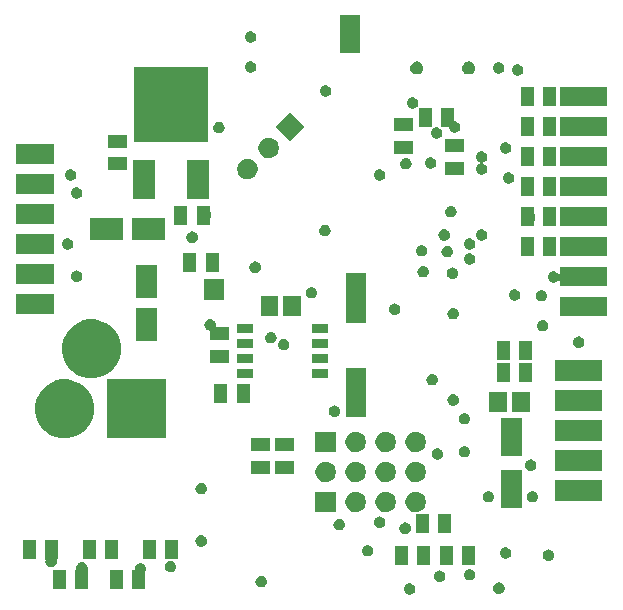
<source format=gbs>
G04 (created by PCBNEW (2013-mar-13)-testing) date nie, 20 paź 2013, 18:38:17*
%MOIN*%
G04 Gerber Fmt 3.4, Leading zero omitted, Abs format*
%FSLAX34Y34*%
G01*
G70*
G90*
G04 APERTURE LIST*
%ADD10C,0.005906*%
G04 APERTURE END LIST*
G54D10*
G36*
X713Y-18160D02*
X284Y-18160D01*
X284Y-17530D01*
X713Y-17530D01*
X713Y-18160D01*
X713Y-18160D01*
G37*
G36*
X1304Y-4980D02*
X43Y-4980D01*
X43Y-4310D01*
X1304Y-4310D01*
X1304Y-4980D01*
X1304Y-4980D01*
G37*
G36*
X1304Y-5980D02*
X43Y-5980D01*
X43Y-5310D01*
X1304Y-5310D01*
X1304Y-5980D01*
X1304Y-5980D01*
G37*
G36*
X1304Y-6980D02*
X43Y-6980D01*
X43Y-6310D01*
X1304Y-6310D01*
X1304Y-6980D01*
X1304Y-6980D01*
G37*
G36*
X1304Y-7980D02*
X43Y-7980D01*
X43Y-7310D01*
X1304Y-7310D01*
X1304Y-7980D01*
X1304Y-7980D01*
G37*
G36*
X1304Y-8980D02*
X43Y-8980D01*
X43Y-8310D01*
X1304Y-8310D01*
X1304Y-8980D01*
X1304Y-8980D01*
G37*
G36*
X1304Y-9980D02*
X43Y-9980D01*
X43Y-9310D01*
X1304Y-9310D01*
X1304Y-9980D01*
X1304Y-9980D01*
G37*
G36*
X1463Y-18160D02*
X1432Y-18160D01*
X1425Y-18160D01*
X1418Y-18163D01*
X1412Y-18168D01*
X1409Y-18175D01*
X1409Y-18183D01*
X1413Y-18202D01*
X1413Y-18203D01*
X1413Y-18243D01*
X1404Y-18282D01*
X1390Y-18313D01*
X1367Y-18346D01*
X1342Y-18369D01*
X1308Y-18391D01*
X1276Y-18403D01*
X1237Y-18410D01*
X1202Y-18409D01*
X1163Y-18401D01*
X1132Y-18387D01*
X1099Y-18364D01*
X1075Y-18340D01*
X1053Y-18306D01*
X1041Y-18274D01*
X1034Y-18234D01*
X1034Y-18201D01*
X1038Y-18183D01*
X1038Y-18175D01*
X1035Y-18168D01*
X1034Y-18167D01*
X1034Y-17530D01*
X1463Y-17530D01*
X1463Y-18160D01*
X1463Y-18160D01*
G37*
G36*
X1713Y-19160D02*
X1284Y-19160D01*
X1284Y-18530D01*
X1713Y-18530D01*
X1713Y-19160D01*
X1713Y-19160D01*
G37*
G36*
X1963Y-7628D02*
X1963Y-7668D01*
X1954Y-7707D01*
X1940Y-7738D01*
X1917Y-7771D01*
X1892Y-7794D01*
X1858Y-7816D01*
X1826Y-7828D01*
X1787Y-7835D01*
X1752Y-7834D01*
X1713Y-7826D01*
X1682Y-7812D01*
X1649Y-7789D01*
X1625Y-7765D01*
X1603Y-7731D01*
X1591Y-7699D01*
X1584Y-7659D01*
X1584Y-7626D01*
X1592Y-7586D01*
X1606Y-7555D01*
X1629Y-7521D01*
X1653Y-7498D01*
X1687Y-7476D01*
X1718Y-7463D01*
X1758Y-7455D01*
X1792Y-7456D01*
X1832Y-7464D01*
X1862Y-7477D01*
X1896Y-7500D01*
X1920Y-7523D01*
X1943Y-7557D01*
X1955Y-7588D01*
X1963Y-7627D01*
X1963Y-7628D01*
X1963Y-7628D01*
G37*
G36*
X2063Y-5328D02*
X2063Y-5368D01*
X2054Y-5407D01*
X2040Y-5438D01*
X2017Y-5471D01*
X1992Y-5494D01*
X1958Y-5516D01*
X1926Y-5528D01*
X1887Y-5535D01*
X1852Y-5534D01*
X1813Y-5526D01*
X1782Y-5512D01*
X1749Y-5489D01*
X1725Y-5465D01*
X1703Y-5431D01*
X1691Y-5399D01*
X1684Y-5359D01*
X1684Y-5326D01*
X1692Y-5286D01*
X1706Y-5255D01*
X1729Y-5221D01*
X1753Y-5198D01*
X1787Y-5176D01*
X1818Y-5163D01*
X1858Y-5155D01*
X1892Y-5156D01*
X1932Y-5164D01*
X1962Y-5177D01*
X1996Y-5200D01*
X2020Y-5223D01*
X2043Y-5257D01*
X2055Y-5288D01*
X2063Y-5327D01*
X2063Y-5328D01*
X2063Y-5328D01*
G37*
G36*
X2263Y-5928D02*
X2263Y-5968D01*
X2254Y-6007D01*
X2240Y-6038D01*
X2217Y-6071D01*
X2192Y-6094D01*
X2158Y-6116D01*
X2126Y-6128D01*
X2087Y-6135D01*
X2052Y-6134D01*
X2013Y-6126D01*
X1982Y-6112D01*
X1949Y-6089D01*
X1925Y-6065D01*
X1903Y-6031D01*
X1891Y-5999D01*
X1884Y-5959D01*
X1884Y-5926D01*
X1892Y-5886D01*
X1906Y-5855D01*
X1929Y-5821D01*
X1953Y-5798D01*
X1987Y-5776D01*
X2018Y-5763D01*
X2058Y-5755D01*
X2092Y-5756D01*
X2132Y-5764D01*
X2162Y-5777D01*
X2196Y-5800D01*
X2220Y-5823D01*
X2243Y-5857D01*
X2255Y-5888D01*
X2263Y-5927D01*
X2263Y-5928D01*
X2263Y-5928D01*
G37*
G36*
X2263Y-8703D02*
X2263Y-8743D01*
X2254Y-8782D01*
X2240Y-8813D01*
X2217Y-8846D01*
X2192Y-8869D01*
X2158Y-8891D01*
X2126Y-8903D01*
X2087Y-8910D01*
X2052Y-8909D01*
X2013Y-8901D01*
X1982Y-8887D01*
X1949Y-8864D01*
X1925Y-8840D01*
X1903Y-8806D01*
X1891Y-8774D01*
X1884Y-8734D01*
X1884Y-8701D01*
X1892Y-8661D01*
X1906Y-8630D01*
X1929Y-8596D01*
X1953Y-8573D01*
X1987Y-8551D01*
X2018Y-8538D01*
X2058Y-8530D01*
X2092Y-8531D01*
X2132Y-8539D01*
X2162Y-8552D01*
X2196Y-8575D01*
X2220Y-8598D01*
X2243Y-8632D01*
X2255Y-8663D01*
X2263Y-8702D01*
X2263Y-8703D01*
X2263Y-8703D01*
G37*
G36*
X2463Y-19160D02*
X2034Y-19160D01*
X2034Y-18530D01*
X2046Y-18530D01*
X2054Y-18530D01*
X2061Y-18527D01*
X2066Y-18522D01*
X2069Y-18515D01*
X2069Y-18507D01*
X2066Y-18499D01*
X2059Y-18459D01*
X2059Y-18426D01*
X2067Y-18386D01*
X2081Y-18355D01*
X2104Y-18321D01*
X2128Y-18298D01*
X2162Y-18276D01*
X2193Y-18263D01*
X2233Y-18255D01*
X2267Y-18256D01*
X2307Y-18264D01*
X2337Y-18277D01*
X2371Y-18300D01*
X2395Y-18323D01*
X2418Y-18357D01*
X2430Y-18388D01*
X2438Y-18427D01*
X2438Y-18428D01*
X2438Y-18468D01*
X2429Y-18507D01*
X2429Y-18515D01*
X2432Y-18522D01*
X2437Y-18527D01*
X2444Y-18530D01*
X2452Y-18530D01*
X2463Y-18530D01*
X2463Y-19160D01*
X2463Y-19160D01*
G37*
G36*
X2658Y-13050D02*
X2655Y-13268D01*
X2612Y-13459D01*
X2534Y-13633D01*
X2421Y-13793D01*
X2284Y-13924D01*
X2118Y-14029D01*
X1941Y-14098D01*
X1748Y-14132D01*
X1558Y-14128D01*
X1366Y-14086D01*
X1192Y-14010D01*
X1031Y-13898D01*
X899Y-13761D01*
X793Y-13596D01*
X723Y-13419D01*
X688Y-13226D01*
X690Y-13037D01*
X731Y-12844D01*
X806Y-12670D01*
X917Y-12508D01*
X1052Y-12375D01*
X1217Y-12268D01*
X1392Y-12197D01*
X1586Y-12160D01*
X1775Y-12161D01*
X1968Y-12201D01*
X2142Y-12274D01*
X2306Y-12384D01*
X2439Y-12518D01*
X2548Y-12682D01*
X2620Y-12857D01*
X2620Y-12859D01*
X2658Y-13050D01*
X2658Y-13050D01*
G37*
G36*
X2713Y-18160D02*
X2284Y-18160D01*
X2284Y-17530D01*
X2713Y-17530D01*
X2713Y-18160D01*
X2713Y-18160D01*
G37*
G36*
X3463Y-18160D02*
X3034Y-18160D01*
X3034Y-17530D01*
X3463Y-17530D01*
X3463Y-18160D01*
X3463Y-18160D01*
G37*
G36*
X3558Y-11050D02*
X3555Y-11268D01*
X3512Y-11459D01*
X3434Y-11633D01*
X3321Y-11793D01*
X3184Y-11924D01*
X3018Y-12029D01*
X2841Y-12098D01*
X2648Y-12132D01*
X2458Y-12128D01*
X2266Y-12086D01*
X2092Y-12010D01*
X1931Y-11898D01*
X1799Y-11761D01*
X1693Y-11596D01*
X1623Y-11419D01*
X1588Y-11226D01*
X1590Y-11037D01*
X1631Y-10844D01*
X1706Y-10670D01*
X1817Y-10508D01*
X1952Y-10375D01*
X2117Y-10268D01*
X2292Y-10197D01*
X2486Y-10160D01*
X2675Y-10161D01*
X2868Y-10201D01*
X3042Y-10274D01*
X3206Y-10384D01*
X3339Y-10518D01*
X3448Y-10682D01*
X3520Y-10857D01*
X3520Y-10859D01*
X3558Y-11050D01*
X3558Y-11050D01*
G37*
G36*
X3613Y-19160D02*
X3184Y-19160D01*
X3184Y-18530D01*
X3613Y-18530D01*
X3613Y-19160D01*
X3613Y-19160D01*
G37*
G36*
X3616Y-7500D02*
X2513Y-7500D01*
X2513Y-6790D01*
X3616Y-6790D01*
X3616Y-7500D01*
X3616Y-7500D01*
G37*
G36*
X3738Y-4435D02*
X3109Y-4435D01*
X3109Y-4005D01*
X3738Y-4005D01*
X3738Y-4435D01*
X3738Y-4435D01*
G37*
G36*
X3738Y-5185D02*
X3109Y-5185D01*
X3109Y-4755D01*
X3738Y-4755D01*
X3738Y-5185D01*
X3738Y-5185D01*
G37*
G36*
X4388Y-18453D02*
X4388Y-18493D01*
X4379Y-18532D01*
X4366Y-18560D01*
X4363Y-18567D01*
X4363Y-18575D01*
X4363Y-19160D01*
X3934Y-19160D01*
X3934Y-18530D01*
X3990Y-18530D01*
X3997Y-18530D01*
X4004Y-18527D01*
X4010Y-18522D01*
X4013Y-18515D01*
X4013Y-18507D01*
X4009Y-18484D01*
X4009Y-18451D01*
X4017Y-18411D01*
X4031Y-18380D01*
X4054Y-18346D01*
X4078Y-18323D01*
X4112Y-18301D01*
X4143Y-18288D01*
X4183Y-18280D01*
X4217Y-18281D01*
X4257Y-18289D01*
X4287Y-18302D01*
X4321Y-18325D01*
X4345Y-18348D01*
X4368Y-18382D01*
X4380Y-18413D01*
X4388Y-18452D01*
X4388Y-18453D01*
X4388Y-18453D01*
G37*
G36*
X4688Y-6135D02*
X3959Y-6135D01*
X3959Y-4855D01*
X4688Y-4855D01*
X4688Y-6135D01*
X4688Y-6135D01*
G37*
G36*
X4713Y-18160D02*
X4284Y-18160D01*
X4284Y-17530D01*
X4713Y-17530D01*
X4713Y-18160D01*
X4713Y-18160D01*
G37*
G36*
X4766Y-9463D02*
X4056Y-9463D01*
X4056Y-8359D01*
X4766Y-8359D01*
X4766Y-9463D01*
X4766Y-9463D01*
G37*
G36*
X4766Y-10881D02*
X4056Y-10881D01*
X4056Y-9777D01*
X4766Y-9777D01*
X4766Y-10881D01*
X4766Y-10881D01*
G37*
G36*
X5034Y-7500D02*
X3931Y-7500D01*
X3931Y-6790D01*
X5034Y-6790D01*
X5034Y-7500D01*
X5034Y-7500D01*
G37*
G36*
X5058Y-14130D02*
X3089Y-14130D01*
X3089Y-12160D01*
X5058Y-12160D01*
X5058Y-14130D01*
X5058Y-14130D01*
G37*
G36*
X5388Y-18378D02*
X5388Y-18418D01*
X5379Y-18457D01*
X5365Y-18488D01*
X5342Y-18521D01*
X5317Y-18544D01*
X5283Y-18566D01*
X5251Y-18578D01*
X5212Y-18585D01*
X5177Y-18584D01*
X5138Y-18576D01*
X5107Y-18562D01*
X5074Y-18539D01*
X5050Y-18515D01*
X5028Y-18481D01*
X5016Y-18449D01*
X5009Y-18409D01*
X5009Y-18376D01*
X5017Y-18336D01*
X5031Y-18305D01*
X5054Y-18271D01*
X5078Y-18248D01*
X5112Y-18226D01*
X5143Y-18213D01*
X5183Y-18205D01*
X5217Y-18206D01*
X5257Y-18214D01*
X5287Y-18227D01*
X5321Y-18250D01*
X5345Y-18273D01*
X5368Y-18307D01*
X5380Y-18338D01*
X5388Y-18377D01*
X5388Y-18378D01*
X5388Y-18378D01*
G37*
G36*
X5463Y-18160D02*
X5034Y-18160D01*
X5034Y-17530D01*
X5463Y-17530D01*
X5463Y-18160D01*
X5463Y-18160D01*
G37*
G36*
X5763Y-7010D02*
X5334Y-7010D01*
X5334Y-6380D01*
X5763Y-6380D01*
X5763Y-7010D01*
X5763Y-7010D01*
G37*
G36*
X6063Y-8585D02*
X5634Y-8585D01*
X5634Y-8449D01*
X5634Y-8442D01*
X5631Y-8435D01*
X5628Y-8431D01*
X5616Y-8399D01*
X5609Y-8359D01*
X5609Y-8326D01*
X5617Y-8286D01*
X5631Y-8255D01*
X5631Y-8255D01*
X5634Y-8248D01*
X5634Y-8240D01*
X5634Y-7955D01*
X6063Y-7955D01*
X6063Y-8585D01*
X6063Y-8585D01*
G37*
G36*
X6113Y-7403D02*
X6113Y-7443D01*
X6104Y-7482D01*
X6090Y-7513D01*
X6067Y-7546D01*
X6042Y-7569D01*
X6008Y-7591D01*
X5976Y-7603D01*
X5937Y-7610D01*
X5902Y-7609D01*
X5863Y-7601D01*
X5832Y-7587D01*
X5799Y-7564D01*
X5775Y-7540D01*
X5753Y-7506D01*
X5741Y-7474D01*
X5734Y-7434D01*
X5734Y-7401D01*
X5742Y-7361D01*
X5756Y-7330D01*
X5779Y-7296D01*
X5803Y-7273D01*
X5837Y-7251D01*
X5868Y-7238D01*
X5908Y-7230D01*
X5942Y-7231D01*
X5982Y-7239D01*
X6012Y-7252D01*
X6046Y-7275D01*
X6070Y-7298D01*
X6093Y-7332D01*
X6105Y-7363D01*
X6113Y-7402D01*
X6113Y-7403D01*
X6113Y-7403D01*
G37*
G36*
X6413Y-15778D02*
X6413Y-15818D01*
X6404Y-15857D01*
X6390Y-15888D01*
X6367Y-15921D01*
X6342Y-15944D01*
X6308Y-15966D01*
X6276Y-15978D01*
X6237Y-15985D01*
X6202Y-15984D01*
X6163Y-15976D01*
X6132Y-15962D01*
X6099Y-15939D01*
X6075Y-15915D01*
X6053Y-15881D01*
X6041Y-15849D01*
X6034Y-15809D01*
X6034Y-15776D01*
X6042Y-15736D01*
X6056Y-15705D01*
X6079Y-15671D01*
X6103Y-15648D01*
X6137Y-15626D01*
X6168Y-15613D01*
X6208Y-15605D01*
X6242Y-15606D01*
X6282Y-15614D01*
X6312Y-15627D01*
X6346Y-15650D01*
X6370Y-15673D01*
X6393Y-15707D01*
X6405Y-15738D01*
X6413Y-15777D01*
X6413Y-15778D01*
X6413Y-15778D01*
G37*
G36*
X6413Y-17528D02*
X6413Y-17568D01*
X6404Y-17607D01*
X6390Y-17638D01*
X6367Y-17671D01*
X6342Y-17694D01*
X6308Y-17716D01*
X6276Y-17728D01*
X6237Y-17735D01*
X6202Y-17734D01*
X6163Y-17726D01*
X6132Y-17712D01*
X6099Y-17689D01*
X6075Y-17665D01*
X6053Y-17631D01*
X6041Y-17599D01*
X6034Y-17559D01*
X6034Y-17526D01*
X6042Y-17486D01*
X6056Y-17455D01*
X6079Y-17421D01*
X6103Y-17398D01*
X6137Y-17376D01*
X6168Y-17363D01*
X6208Y-17355D01*
X6242Y-17356D01*
X6282Y-17364D01*
X6312Y-17377D01*
X6346Y-17400D01*
X6370Y-17423D01*
X6393Y-17457D01*
X6405Y-17488D01*
X6413Y-17527D01*
X6413Y-17528D01*
X6413Y-17528D01*
G37*
G36*
X6463Y-4235D02*
X3984Y-4235D01*
X3984Y-1755D01*
X6463Y-1755D01*
X6463Y-4235D01*
X6463Y-4235D01*
G37*
G36*
X6488Y-6135D02*
X5759Y-6135D01*
X5759Y-4855D01*
X6488Y-4855D01*
X6488Y-6135D01*
X6488Y-6135D01*
G37*
G36*
X6563Y-6653D02*
X6563Y-6693D01*
X6554Y-6732D01*
X6540Y-6763D01*
X6516Y-6796D01*
X6513Y-6804D01*
X6513Y-6811D01*
X6513Y-7010D01*
X6084Y-7010D01*
X6084Y-6380D01*
X6513Y-6380D01*
X6513Y-6530D01*
X6513Y-6537D01*
X6516Y-6545D01*
X6520Y-6548D01*
X6543Y-6582D01*
X6555Y-6613D01*
X6563Y-6652D01*
X6563Y-6653D01*
X6563Y-6653D01*
G37*
G36*
X6813Y-8585D02*
X6384Y-8585D01*
X6384Y-7955D01*
X6813Y-7955D01*
X6813Y-8585D01*
X6813Y-8585D01*
G37*
G36*
X6988Y-9510D02*
X6309Y-9510D01*
X6309Y-8830D01*
X6988Y-8830D01*
X6988Y-9510D01*
X6988Y-9510D01*
G37*
G36*
X7003Y-3748D02*
X7003Y-3788D01*
X6994Y-3827D01*
X6980Y-3858D01*
X6957Y-3891D01*
X6932Y-3914D01*
X6898Y-3936D01*
X6866Y-3948D01*
X6827Y-3955D01*
X6792Y-3954D01*
X6753Y-3946D01*
X6722Y-3932D01*
X6689Y-3909D01*
X6665Y-3885D01*
X6643Y-3851D01*
X6631Y-3819D01*
X6624Y-3779D01*
X6624Y-3746D01*
X6632Y-3706D01*
X6646Y-3675D01*
X6669Y-3641D01*
X6693Y-3618D01*
X6727Y-3596D01*
X6758Y-3583D01*
X6798Y-3575D01*
X6832Y-3576D01*
X6872Y-3584D01*
X6902Y-3597D01*
X6936Y-3620D01*
X6960Y-3643D01*
X6983Y-3677D01*
X6995Y-3708D01*
X7003Y-3747D01*
X7003Y-3748D01*
X7003Y-3748D01*
G37*
G36*
X7088Y-12960D02*
X6659Y-12960D01*
X6659Y-12330D01*
X7088Y-12330D01*
X7088Y-12960D01*
X7088Y-12960D01*
G37*
G36*
X7138Y-10860D02*
X6509Y-10860D01*
X6509Y-10556D01*
X6509Y-10548D01*
X6506Y-10541D01*
X6500Y-10535D01*
X6493Y-10532D01*
X6463Y-10526D01*
X6432Y-10512D01*
X6399Y-10489D01*
X6375Y-10465D01*
X6353Y-10431D01*
X6341Y-10399D01*
X6334Y-10359D01*
X6334Y-10326D01*
X6342Y-10286D01*
X6356Y-10255D01*
X6379Y-10221D01*
X6403Y-10198D01*
X6437Y-10176D01*
X6468Y-10163D01*
X6508Y-10155D01*
X6542Y-10156D01*
X6582Y-10164D01*
X6612Y-10177D01*
X6646Y-10200D01*
X6670Y-10223D01*
X6693Y-10257D01*
X6705Y-10288D01*
X6713Y-10327D01*
X6713Y-10328D01*
X6713Y-10368D01*
X6704Y-10407D01*
X6704Y-10415D01*
X6707Y-10422D01*
X6712Y-10427D01*
X6719Y-10430D01*
X6727Y-10430D01*
X7138Y-10430D01*
X7138Y-10860D01*
X7138Y-10860D01*
G37*
G36*
X7138Y-11610D02*
X6509Y-11610D01*
X6509Y-11180D01*
X7138Y-11180D01*
X7138Y-11610D01*
X7138Y-11610D01*
G37*
G36*
X7838Y-12960D02*
X7409Y-12960D01*
X7409Y-12330D01*
X7838Y-12330D01*
X7838Y-12960D01*
X7838Y-12960D01*
G37*
G36*
X7938Y-10610D02*
X7409Y-10610D01*
X7409Y-10330D01*
X7938Y-10330D01*
X7938Y-10610D01*
X7938Y-10610D01*
G37*
G36*
X7938Y-11110D02*
X7409Y-11110D01*
X7409Y-10830D01*
X7938Y-10830D01*
X7938Y-11110D01*
X7938Y-11110D01*
G37*
G36*
X7938Y-11610D02*
X7409Y-11610D01*
X7409Y-11330D01*
X7938Y-11330D01*
X7938Y-11610D01*
X7938Y-11610D01*
G37*
G36*
X7938Y-12110D02*
X7409Y-12110D01*
X7409Y-11830D01*
X7938Y-11830D01*
X7938Y-12110D01*
X7938Y-12110D01*
G37*
G36*
X8063Y-728D02*
X8063Y-768D01*
X8054Y-807D01*
X8040Y-838D01*
X8017Y-871D01*
X7992Y-894D01*
X7958Y-916D01*
X7926Y-928D01*
X7887Y-935D01*
X7852Y-934D01*
X7813Y-926D01*
X7782Y-912D01*
X7749Y-889D01*
X7725Y-865D01*
X7703Y-831D01*
X7691Y-799D01*
X7684Y-759D01*
X7684Y-726D01*
X7692Y-686D01*
X7706Y-655D01*
X7729Y-621D01*
X7753Y-598D01*
X7787Y-576D01*
X7818Y-563D01*
X7858Y-555D01*
X7892Y-556D01*
X7932Y-564D01*
X7962Y-577D01*
X7996Y-600D01*
X8020Y-623D01*
X8043Y-657D01*
X8055Y-688D01*
X8063Y-727D01*
X8063Y-728D01*
X8063Y-728D01*
G37*
G36*
X8063Y-1728D02*
X8063Y-1768D01*
X8054Y-1807D01*
X8040Y-1838D01*
X8017Y-1871D01*
X7992Y-1894D01*
X7958Y-1916D01*
X7926Y-1928D01*
X7887Y-1935D01*
X7852Y-1934D01*
X7813Y-1926D01*
X7782Y-1912D01*
X7749Y-1889D01*
X7725Y-1865D01*
X7703Y-1831D01*
X7691Y-1799D01*
X7684Y-1759D01*
X7684Y-1726D01*
X7692Y-1686D01*
X7706Y-1655D01*
X7729Y-1621D01*
X7753Y-1598D01*
X7787Y-1576D01*
X7818Y-1563D01*
X7858Y-1555D01*
X7892Y-1556D01*
X7932Y-1564D01*
X7962Y-1577D01*
X7996Y-1600D01*
X8020Y-1623D01*
X8043Y-1657D01*
X8055Y-1688D01*
X8063Y-1727D01*
X8063Y-1728D01*
X8063Y-1728D01*
G37*
G36*
X8106Y-5120D02*
X8105Y-5194D01*
X8090Y-5261D01*
X8064Y-5320D01*
X8024Y-5376D01*
X7978Y-5420D01*
X7919Y-5457D01*
X7860Y-5480D01*
X7791Y-5493D01*
X7728Y-5491D01*
X7659Y-5476D01*
X7601Y-5451D01*
X7544Y-5411D01*
X7500Y-5365D01*
X7462Y-5307D01*
X7439Y-5248D01*
X7426Y-5179D01*
X7427Y-5116D01*
X7442Y-5047D01*
X7467Y-4989D01*
X7506Y-4932D01*
X7551Y-4887D01*
X7610Y-4849D01*
X7668Y-4825D01*
X7737Y-4812D01*
X7800Y-4813D01*
X7869Y-4827D01*
X7927Y-4851D01*
X7985Y-4891D01*
X8030Y-4935D01*
X8069Y-4994D01*
X8092Y-5052D01*
X8106Y-5119D01*
X8106Y-5120D01*
X8106Y-5120D01*
G37*
G36*
X8213Y-8403D02*
X8213Y-8443D01*
X8204Y-8482D01*
X8190Y-8513D01*
X8167Y-8546D01*
X8142Y-8569D01*
X8108Y-8591D01*
X8076Y-8603D01*
X8037Y-8610D01*
X8002Y-8609D01*
X7963Y-8601D01*
X7932Y-8587D01*
X7899Y-8564D01*
X7875Y-8540D01*
X7853Y-8506D01*
X7841Y-8474D01*
X7834Y-8434D01*
X7834Y-8401D01*
X7842Y-8361D01*
X7856Y-8330D01*
X7879Y-8296D01*
X7903Y-8273D01*
X7937Y-8251D01*
X7968Y-8238D01*
X8008Y-8230D01*
X8042Y-8231D01*
X8082Y-8239D01*
X8112Y-8252D01*
X8146Y-8275D01*
X8170Y-8298D01*
X8193Y-8332D01*
X8205Y-8363D01*
X8213Y-8402D01*
X8213Y-8403D01*
X8213Y-8403D01*
G37*
G36*
X8414Y-18880D02*
X8413Y-18920D01*
X8404Y-18959D01*
X8390Y-18990D01*
X8367Y-19023D01*
X8342Y-19046D01*
X8308Y-19068D01*
X8277Y-19080D01*
X8237Y-19087D01*
X8203Y-19086D01*
X8164Y-19078D01*
X8132Y-19064D01*
X8099Y-19041D01*
X8076Y-19017D01*
X8054Y-18983D01*
X8041Y-18951D01*
X8034Y-18911D01*
X8034Y-18878D01*
X8043Y-18838D01*
X8056Y-18807D01*
X8079Y-18773D01*
X8103Y-18750D01*
X8137Y-18728D01*
X8168Y-18715D01*
X8208Y-18707D01*
X8242Y-18708D01*
X8282Y-18716D01*
X8313Y-18729D01*
X8347Y-18752D01*
X8370Y-18775D01*
X8393Y-18809D01*
X8406Y-18840D01*
X8413Y-18879D01*
X8414Y-18880D01*
X8414Y-18880D01*
G37*
G36*
X8513Y-14560D02*
X7884Y-14560D01*
X7884Y-14130D01*
X8513Y-14130D01*
X8513Y-14560D01*
X8513Y-14560D01*
G37*
G36*
X8513Y-15310D02*
X7884Y-15310D01*
X7884Y-14880D01*
X8513Y-14880D01*
X8513Y-15310D01*
X8513Y-15310D01*
G37*
G36*
X8738Y-10753D02*
X8738Y-10793D01*
X8729Y-10832D01*
X8715Y-10863D01*
X8692Y-10896D01*
X8667Y-10919D01*
X8633Y-10941D01*
X8601Y-10953D01*
X8562Y-10960D01*
X8527Y-10959D01*
X8488Y-10951D01*
X8457Y-10937D01*
X8424Y-10914D01*
X8400Y-10890D01*
X8378Y-10856D01*
X8366Y-10824D01*
X8359Y-10784D01*
X8359Y-10751D01*
X8367Y-10711D01*
X8381Y-10680D01*
X8404Y-10646D01*
X8428Y-10623D01*
X8462Y-10601D01*
X8493Y-10588D01*
X8533Y-10580D01*
X8567Y-10581D01*
X8607Y-10589D01*
X8637Y-10602D01*
X8671Y-10625D01*
X8695Y-10648D01*
X8718Y-10682D01*
X8730Y-10713D01*
X8738Y-10752D01*
X8738Y-10753D01*
X8738Y-10753D01*
G37*
G36*
X8794Y-10055D02*
X8203Y-10055D01*
X8203Y-9385D01*
X8794Y-9385D01*
X8794Y-10055D01*
X8794Y-10055D01*
G37*
G36*
X8813Y-4413D02*
X8812Y-4487D01*
X8797Y-4554D01*
X8771Y-4612D01*
X8731Y-4669D01*
X8685Y-4713D01*
X8626Y-4750D01*
X8567Y-4773D01*
X8498Y-4785D01*
X8435Y-4784D01*
X8367Y-4769D01*
X8308Y-4744D01*
X8251Y-4704D01*
X8207Y-4658D01*
X8169Y-4600D01*
X8146Y-4541D01*
X8133Y-4472D01*
X8134Y-4409D01*
X8149Y-4340D01*
X8174Y-4282D01*
X8213Y-4225D01*
X8258Y-4180D01*
X8317Y-4142D01*
X8375Y-4118D01*
X8444Y-4105D01*
X8507Y-4106D01*
X8576Y-4120D01*
X8634Y-4144D01*
X8692Y-4183D01*
X8737Y-4228D01*
X8776Y-4287D01*
X8800Y-4345D01*
X8813Y-4412D01*
X8813Y-4413D01*
X8813Y-4413D01*
G37*
G36*
X9163Y-10978D02*
X9163Y-11018D01*
X9154Y-11057D01*
X9140Y-11088D01*
X9117Y-11121D01*
X9092Y-11144D01*
X9058Y-11166D01*
X9026Y-11178D01*
X8987Y-11185D01*
X8952Y-11184D01*
X8913Y-11176D01*
X8882Y-11162D01*
X8849Y-11139D01*
X8825Y-11115D01*
X8803Y-11081D01*
X8791Y-11049D01*
X8784Y-11009D01*
X8784Y-10976D01*
X8792Y-10936D01*
X8806Y-10905D01*
X8829Y-10871D01*
X8853Y-10848D01*
X8887Y-10826D01*
X8918Y-10813D01*
X8958Y-10805D01*
X8992Y-10806D01*
X9032Y-10814D01*
X9062Y-10827D01*
X9096Y-10850D01*
X9120Y-10873D01*
X9143Y-10907D01*
X9155Y-10938D01*
X9163Y-10977D01*
X9163Y-10978D01*
X9163Y-10978D01*
G37*
G36*
X9313Y-14560D02*
X8684Y-14560D01*
X8684Y-14130D01*
X9313Y-14130D01*
X9313Y-14560D01*
X9313Y-14560D01*
G37*
G36*
X9313Y-15310D02*
X8684Y-15310D01*
X8684Y-14880D01*
X9313Y-14880D01*
X9313Y-15310D01*
X9313Y-15310D01*
G37*
G36*
X9544Y-10055D02*
X8953Y-10055D01*
X8953Y-9385D01*
X9544Y-9385D01*
X9544Y-10055D01*
X9544Y-10055D01*
G37*
G36*
X9661Y-3738D02*
X9181Y-4219D01*
X8700Y-3738D01*
X9181Y-3258D01*
X9661Y-3738D01*
X9661Y-3738D01*
G37*
G36*
X10088Y-9253D02*
X10088Y-9293D01*
X10079Y-9332D01*
X10065Y-9363D01*
X10042Y-9396D01*
X10017Y-9419D01*
X9983Y-9441D01*
X9951Y-9453D01*
X9912Y-9460D01*
X9877Y-9459D01*
X9838Y-9451D01*
X9807Y-9437D01*
X9774Y-9414D01*
X9750Y-9390D01*
X9728Y-9356D01*
X9716Y-9324D01*
X9709Y-9284D01*
X9709Y-9251D01*
X9717Y-9211D01*
X9731Y-9180D01*
X9754Y-9146D01*
X9778Y-9123D01*
X9812Y-9101D01*
X9843Y-9088D01*
X9883Y-9080D01*
X9917Y-9081D01*
X9957Y-9089D01*
X9987Y-9102D01*
X10021Y-9125D01*
X10045Y-9148D01*
X10068Y-9182D01*
X10080Y-9213D01*
X10088Y-9252D01*
X10088Y-9253D01*
X10088Y-9253D01*
G37*
G36*
X10438Y-10610D02*
X9909Y-10610D01*
X9909Y-10330D01*
X10438Y-10330D01*
X10438Y-10610D01*
X10438Y-10610D01*
G37*
G36*
X10438Y-11110D02*
X9909Y-11110D01*
X9909Y-10830D01*
X10438Y-10830D01*
X10438Y-11110D01*
X10438Y-11110D01*
G37*
G36*
X10438Y-11610D02*
X9909Y-11610D01*
X9909Y-11330D01*
X10438Y-11330D01*
X10438Y-11610D01*
X10438Y-11610D01*
G37*
G36*
X10438Y-12110D02*
X9909Y-12110D01*
X9909Y-11830D01*
X10438Y-11830D01*
X10438Y-12110D01*
X10438Y-12110D01*
G37*
G36*
X10538Y-7178D02*
X10538Y-7218D01*
X10529Y-7257D01*
X10515Y-7288D01*
X10492Y-7321D01*
X10467Y-7344D01*
X10433Y-7366D01*
X10401Y-7378D01*
X10362Y-7385D01*
X10327Y-7384D01*
X10288Y-7376D01*
X10257Y-7362D01*
X10224Y-7339D01*
X10200Y-7315D01*
X10178Y-7281D01*
X10166Y-7249D01*
X10159Y-7209D01*
X10159Y-7176D01*
X10167Y-7136D01*
X10181Y-7105D01*
X10204Y-7071D01*
X10228Y-7048D01*
X10262Y-7026D01*
X10293Y-7013D01*
X10333Y-7005D01*
X10367Y-7006D01*
X10407Y-7014D01*
X10437Y-7027D01*
X10471Y-7050D01*
X10495Y-7073D01*
X10518Y-7107D01*
X10530Y-7138D01*
X10538Y-7177D01*
X10538Y-7178D01*
X10538Y-7178D01*
G37*
G36*
X10563Y-2528D02*
X10563Y-2568D01*
X10554Y-2607D01*
X10540Y-2638D01*
X10517Y-2671D01*
X10492Y-2694D01*
X10458Y-2716D01*
X10426Y-2728D01*
X10387Y-2735D01*
X10352Y-2734D01*
X10313Y-2726D01*
X10282Y-2712D01*
X10249Y-2689D01*
X10225Y-2665D01*
X10203Y-2631D01*
X10191Y-2599D01*
X10184Y-2559D01*
X10184Y-2526D01*
X10192Y-2486D01*
X10206Y-2455D01*
X10229Y-2421D01*
X10253Y-2398D01*
X10287Y-2376D01*
X10318Y-2363D01*
X10358Y-2355D01*
X10392Y-2356D01*
X10432Y-2364D01*
X10462Y-2377D01*
X10496Y-2400D01*
X10520Y-2423D01*
X10543Y-2457D01*
X10555Y-2488D01*
X10563Y-2527D01*
X10563Y-2528D01*
X10563Y-2528D01*
G37*
G36*
X10713Y-15213D02*
X10712Y-15287D01*
X10697Y-15354D01*
X10671Y-15412D01*
X10631Y-15469D01*
X10585Y-15513D01*
X10526Y-15550D01*
X10467Y-15573D01*
X10398Y-15585D01*
X10335Y-15584D01*
X10267Y-15569D01*
X10208Y-15544D01*
X10151Y-15504D01*
X10107Y-15458D01*
X10069Y-15400D01*
X10046Y-15341D01*
X10033Y-15272D01*
X10034Y-15209D01*
X10049Y-15140D01*
X10074Y-15082D01*
X10113Y-15025D01*
X10158Y-14980D01*
X10217Y-14942D01*
X10275Y-14918D01*
X10344Y-14905D01*
X10407Y-14906D01*
X10476Y-14920D01*
X10534Y-14944D01*
X10592Y-14983D01*
X10637Y-15028D01*
X10676Y-15087D01*
X10700Y-15145D01*
X10713Y-15212D01*
X10713Y-15213D01*
X10713Y-15213D01*
G37*
G36*
X10713Y-14585D02*
X10034Y-14585D01*
X10034Y-13905D01*
X10713Y-13905D01*
X10713Y-14585D01*
X10713Y-14585D01*
G37*
G36*
X10713Y-16585D02*
X10034Y-16585D01*
X10034Y-15905D01*
X10713Y-15905D01*
X10713Y-16585D01*
X10713Y-16585D01*
G37*
G36*
X10851Y-13203D02*
X10850Y-13242D01*
X10841Y-13281D01*
X10827Y-13313D01*
X10804Y-13346D01*
X10779Y-13369D01*
X10745Y-13391D01*
X10714Y-13403D01*
X10674Y-13410D01*
X10640Y-13409D01*
X10601Y-13401D01*
X10569Y-13387D01*
X10536Y-13364D01*
X10513Y-13340D01*
X10491Y-13306D01*
X10478Y-13274D01*
X10471Y-13234D01*
X10471Y-13200D01*
X10480Y-13161D01*
X10493Y-13130D01*
X10516Y-13096D01*
X10540Y-13073D01*
X10574Y-13050D01*
X10605Y-13038D01*
X10645Y-13030D01*
X10679Y-13030D01*
X10719Y-13039D01*
X10750Y-13052D01*
X10784Y-13074D01*
X10807Y-13098D01*
X10830Y-13132D01*
X10843Y-13163D01*
X10850Y-13201D01*
X10851Y-13203D01*
X10851Y-13203D01*
G37*
G36*
X11013Y-16978D02*
X11013Y-17018D01*
X11004Y-17057D01*
X10990Y-17088D01*
X10967Y-17121D01*
X10942Y-17144D01*
X10908Y-17166D01*
X10876Y-17178D01*
X10837Y-17185D01*
X10802Y-17184D01*
X10763Y-17176D01*
X10732Y-17162D01*
X10699Y-17139D01*
X10675Y-17115D01*
X10653Y-17081D01*
X10641Y-17049D01*
X10634Y-17009D01*
X10634Y-16976D01*
X10642Y-16936D01*
X10656Y-16905D01*
X10679Y-16871D01*
X10703Y-16848D01*
X10737Y-16826D01*
X10768Y-16813D01*
X10808Y-16805D01*
X10842Y-16806D01*
X10882Y-16814D01*
X10912Y-16827D01*
X10946Y-16850D01*
X10970Y-16873D01*
X10993Y-16907D01*
X11005Y-16938D01*
X11013Y-16977D01*
X11013Y-16978D01*
X11013Y-16978D01*
G37*
G36*
X11509Y-1275D02*
X10838Y-1275D01*
X10838Y-15D01*
X11509Y-15D01*
X11509Y-1275D01*
X11509Y-1275D01*
G37*
G36*
X11709Y-10273D02*
X11038Y-10273D01*
X11038Y-8618D01*
X11709Y-8618D01*
X11709Y-10273D01*
X11709Y-10273D01*
G37*
G36*
X11709Y-13422D02*
X11038Y-13422D01*
X11038Y-11768D01*
X11709Y-11768D01*
X11709Y-13422D01*
X11709Y-13422D01*
G37*
G36*
X11713Y-14213D02*
X11712Y-14287D01*
X11697Y-14354D01*
X11671Y-14412D01*
X11631Y-14469D01*
X11585Y-14513D01*
X11526Y-14550D01*
X11467Y-14573D01*
X11398Y-14585D01*
X11335Y-14584D01*
X11267Y-14569D01*
X11208Y-14544D01*
X11151Y-14504D01*
X11107Y-14458D01*
X11069Y-14400D01*
X11046Y-14341D01*
X11033Y-14272D01*
X11034Y-14209D01*
X11049Y-14140D01*
X11074Y-14082D01*
X11113Y-14025D01*
X11158Y-13980D01*
X11217Y-13942D01*
X11275Y-13918D01*
X11344Y-13905D01*
X11407Y-13906D01*
X11476Y-13920D01*
X11534Y-13944D01*
X11592Y-13983D01*
X11637Y-14028D01*
X11676Y-14087D01*
X11700Y-14145D01*
X11713Y-14212D01*
X11713Y-14213D01*
X11713Y-14213D01*
G37*
G36*
X11713Y-15213D02*
X11712Y-15287D01*
X11697Y-15354D01*
X11671Y-15412D01*
X11631Y-15469D01*
X11585Y-15513D01*
X11526Y-15550D01*
X11467Y-15573D01*
X11398Y-15585D01*
X11335Y-15584D01*
X11267Y-15569D01*
X11208Y-15544D01*
X11151Y-15504D01*
X11107Y-15458D01*
X11069Y-15400D01*
X11046Y-15341D01*
X11033Y-15272D01*
X11034Y-15209D01*
X11049Y-15140D01*
X11074Y-15082D01*
X11113Y-15025D01*
X11158Y-14980D01*
X11217Y-14942D01*
X11275Y-14918D01*
X11344Y-14905D01*
X11407Y-14906D01*
X11476Y-14920D01*
X11534Y-14944D01*
X11592Y-14983D01*
X11637Y-15028D01*
X11676Y-15087D01*
X11700Y-15145D01*
X11713Y-15212D01*
X11713Y-15213D01*
X11713Y-15213D01*
G37*
G36*
X11713Y-16213D02*
X11712Y-16287D01*
X11697Y-16354D01*
X11671Y-16412D01*
X11631Y-16469D01*
X11585Y-16513D01*
X11526Y-16550D01*
X11467Y-16573D01*
X11398Y-16585D01*
X11335Y-16584D01*
X11267Y-16569D01*
X11208Y-16544D01*
X11151Y-16504D01*
X11107Y-16458D01*
X11069Y-16400D01*
X11046Y-16341D01*
X11033Y-16272D01*
X11034Y-16209D01*
X11049Y-16140D01*
X11074Y-16082D01*
X11113Y-16025D01*
X11158Y-15980D01*
X11217Y-15942D01*
X11275Y-15918D01*
X11344Y-15905D01*
X11407Y-15906D01*
X11476Y-15920D01*
X11534Y-15944D01*
X11592Y-15983D01*
X11637Y-16028D01*
X11676Y-16087D01*
X11700Y-16145D01*
X11713Y-16212D01*
X11713Y-16213D01*
X11713Y-16213D01*
G37*
G36*
X11963Y-17853D02*
X11963Y-17893D01*
X11954Y-17932D01*
X11940Y-17963D01*
X11917Y-17996D01*
X11892Y-18019D01*
X11858Y-18041D01*
X11826Y-18053D01*
X11787Y-18060D01*
X11752Y-18059D01*
X11713Y-18051D01*
X11682Y-18037D01*
X11649Y-18014D01*
X11625Y-17990D01*
X11603Y-17956D01*
X11591Y-17924D01*
X11584Y-17884D01*
X11584Y-17851D01*
X11592Y-17811D01*
X11606Y-17780D01*
X11629Y-17746D01*
X11653Y-17723D01*
X11687Y-17701D01*
X11718Y-17688D01*
X11758Y-17680D01*
X11792Y-17681D01*
X11832Y-17689D01*
X11862Y-17702D01*
X11896Y-17725D01*
X11920Y-17748D01*
X11943Y-17782D01*
X11955Y-17813D01*
X11963Y-17852D01*
X11963Y-17853D01*
X11963Y-17853D01*
G37*
G36*
X12363Y-5328D02*
X12363Y-5368D01*
X12354Y-5407D01*
X12340Y-5438D01*
X12317Y-5471D01*
X12292Y-5494D01*
X12258Y-5516D01*
X12226Y-5528D01*
X12187Y-5535D01*
X12152Y-5534D01*
X12113Y-5526D01*
X12082Y-5512D01*
X12049Y-5489D01*
X12025Y-5465D01*
X12003Y-5431D01*
X11991Y-5399D01*
X11984Y-5359D01*
X11984Y-5326D01*
X11992Y-5286D01*
X12006Y-5255D01*
X12029Y-5221D01*
X12053Y-5198D01*
X12087Y-5176D01*
X12118Y-5163D01*
X12158Y-5155D01*
X12192Y-5156D01*
X12232Y-5164D01*
X12262Y-5177D01*
X12296Y-5200D01*
X12320Y-5223D01*
X12343Y-5257D01*
X12355Y-5288D01*
X12363Y-5327D01*
X12363Y-5328D01*
X12363Y-5328D01*
G37*
G36*
X12363Y-16903D02*
X12363Y-16943D01*
X12354Y-16982D01*
X12340Y-17013D01*
X12317Y-17046D01*
X12292Y-17069D01*
X12258Y-17091D01*
X12226Y-17103D01*
X12187Y-17110D01*
X12152Y-17109D01*
X12113Y-17101D01*
X12082Y-17087D01*
X12049Y-17064D01*
X12025Y-17040D01*
X12003Y-17006D01*
X11991Y-16974D01*
X11984Y-16934D01*
X11984Y-16901D01*
X11992Y-16861D01*
X12006Y-16830D01*
X12029Y-16796D01*
X12053Y-16773D01*
X12087Y-16751D01*
X12118Y-16738D01*
X12158Y-16730D01*
X12192Y-16731D01*
X12232Y-16739D01*
X12262Y-16752D01*
X12296Y-16775D01*
X12320Y-16798D01*
X12343Y-16832D01*
X12355Y-16863D01*
X12363Y-16902D01*
X12363Y-16903D01*
X12363Y-16903D01*
G37*
G36*
X12713Y-14213D02*
X12712Y-14287D01*
X12697Y-14354D01*
X12671Y-14412D01*
X12631Y-14469D01*
X12585Y-14513D01*
X12526Y-14550D01*
X12467Y-14573D01*
X12398Y-14585D01*
X12335Y-14584D01*
X12267Y-14569D01*
X12208Y-14544D01*
X12151Y-14504D01*
X12107Y-14458D01*
X12069Y-14400D01*
X12046Y-14341D01*
X12033Y-14272D01*
X12034Y-14209D01*
X12049Y-14140D01*
X12074Y-14082D01*
X12113Y-14025D01*
X12158Y-13980D01*
X12217Y-13942D01*
X12275Y-13918D01*
X12344Y-13905D01*
X12407Y-13906D01*
X12476Y-13920D01*
X12534Y-13944D01*
X12592Y-13983D01*
X12637Y-14028D01*
X12676Y-14087D01*
X12700Y-14145D01*
X12713Y-14212D01*
X12713Y-14213D01*
X12713Y-14213D01*
G37*
G36*
X12713Y-15213D02*
X12712Y-15287D01*
X12697Y-15354D01*
X12671Y-15412D01*
X12631Y-15469D01*
X12585Y-15513D01*
X12526Y-15550D01*
X12467Y-15573D01*
X12398Y-15585D01*
X12335Y-15584D01*
X12267Y-15569D01*
X12208Y-15544D01*
X12151Y-15504D01*
X12107Y-15458D01*
X12069Y-15400D01*
X12046Y-15341D01*
X12033Y-15272D01*
X12034Y-15209D01*
X12049Y-15140D01*
X12074Y-15082D01*
X12113Y-15025D01*
X12158Y-14980D01*
X12217Y-14942D01*
X12275Y-14918D01*
X12344Y-14905D01*
X12407Y-14906D01*
X12476Y-14920D01*
X12534Y-14944D01*
X12592Y-14983D01*
X12637Y-15028D01*
X12676Y-15087D01*
X12700Y-15145D01*
X12713Y-15212D01*
X12713Y-15213D01*
X12713Y-15213D01*
G37*
G36*
X12713Y-16213D02*
X12712Y-16287D01*
X12697Y-16354D01*
X12671Y-16412D01*
X12631Y-16469D01*
X12585Y-16513D01*
X12526Y-16550D01*
X12467Y-16573D01*
X12398Y-16585D01*
X12335Y-16584D01*
X12267Y-16569D01*
X12208Y-16544D01*
X12151Y-16504D01*
X12107Y-16458D01*
X12069Y-16400D01*
X12046Y-16341D01*
X12033Y-16272D01*
X12034Y-16209D01*
X12049Y-16140D01*
X12074Y-16082D01*
X12113Y-16025D01*
X12158Y-15980D01*
X12217Y-15942D01*
X12275Y-15918D01*
X12344Y-15905D01*
X12407Y-15906D01*
X12476Y-15920D01*
X12534Y-15944D01*
X12592Y-15983D01*
X12637Y-16028D01*
X12676Y-16087D01*
X12700Y-16145D01*
X12713Y-16212D01*
X12713Y-16213D01*
X12713Y-16213D01*
G37*
G36*
X12863Y-9803D02*
X12863Y-9843D01*
X12854Y-9882D01*
X12840Y-9913D01*
X12817Y-9946D01*
X12792Y-9969D01*
X12758Y-9991D01*
X12726Y-10003D01*
X12687Y-10010D01*
X12652Y-10009D01*
X12613Y-10001D01*
X12582Y-9987D01*
X12549Y-9964D01*
X12525Y-9940D01*
X12503Y-9906D01*
X12491Y-9874D01*
X12484Y-9834D01*
X12484Y-9801D01*
X12492Y-9761D01*
X12506Y-9730D01*
X12529Y-9696D01*
X12553Y-9673D01*
X12587Y-9651D01*
X12618Y-9638D01*
X12658Y-9630D01*
X12692Y-9631D01*
X12732Y-9639D01*
X12762Y-9652D01*
X12796Y-9675D01*
X12820Y-9698D01*
X12843Y-9732D01*
X12855Y-9763D01*
X12863Y-9802D01*
X12863Y-9803D01*
X12863Y-9803D01*
G37*
G36*
X13113Y-18360D02*
X12684Y-18360D01*
X12684Y-17730D01*
X13113Y-17730D01*
X13113Y-18360D01*
X13113Y-18360D01*
G37*
G36*
X13213Y-17103D02*
X13213Y-17143D01*
X13204Y-17182D01*
X13190Y-17213D01*
X13167Y-17246D01*
X13142Y-17269D01*
X13108Y-17291D01*
X13076Y-17303D01*
X13037Y-17310D01*
X13002Y-17309D01*
X12963Y-17301D01*
X12932Y-17287D01*
X12899Y-17264D01*
X12875Y-17240D01*
X12853Y-17206D01*
X12841Y-17174D01*
X12834Y-17134D01*
X12834Y-17101D01*
X12842Y-17061D01*
X12856Y-17030D01*
X12879Y-16996D01*
X12903Y-16973D01*
X12937Y-16951D01*
X12968Y-16938D01*
X13008Y-16930D01*
X13042Y-16931D01*
X13082Y-16939D01*
X13112Y-16952D01*
X13146Y-16975D01*
X13170Y-16998D01*
X13193Y-17032D01*
X13205Y-17063D01*
X13213Y-17102D01*
X13213Y-17103D01*
X13213Y-17103D01*
G37*
G36*
X13238Y-4953D02*
X13238Y-4993D01*
X13229Y-5032D01*
X13215Y-5063D01*
X13192Y-5096D01*
X13167Y-5119D01*
X13133Y-5141D01*
X13101Y-5153D01*
X13062Y-5160D01*
X13027Y-5159D01*
X12988Y-5151D01*
X12957Y-5137D01*
X12924Y-5114D01*
X12900Y-5090D01*
X12878Y-5056D01*
X12866Y-5024D01*
X12859Y-4984D01*
X12859Y-4951D01*
X12867Y-4911D01*
X12881Y-4880D01*
X12904Y-4846D01*
X12928Y-4823D01*
X12962Y-4801D01*
X12993Y-4788D01*
X13033Y-4780D01*
X13067Y-4781D01*
X13107Y-4789D01*
X13137Y-4802D01*
X13171Y-4825D01*
X13195Y-4848D01*
X13218Y-4882D01*
X13230Y-4913D01*
X13238Y-4952D01*
X13238Y-4953D01*
X13238Y-4953D01*
G37*
G36*
X13288Y-3885D02*
X12659Y-3885D01*
X12659Y-3455D01*
X13288Y-3455D01*
X13288Y-3885D01*
X13288Y-3885D01*
G37*
G36*
X13288Y-4635D02*
X12659Y-4635D01*
X12659Y-4205D01*
X13288Y-4205D01*
X13288Y-4635D01*
X13288Y-4635D01*
G37*
G36*
X13363Y-19128D02*
X13363Y-19168D01*
X13354Y-19207D01*
X13340Y-19238D01*
X13317Y-19271D01*
X13292Y-19294D01*
X13258Y-19316D01*
X13226Y-19328D01*
X13187Y-19335D01*
X13152Y-19334D01*
X13113Y-19326D01*
X13082Y-19312D01*
X13049Y-19289D01*
X13025Y-19265D01*
X13003Y-19231D01*
X12991Y-19199D01*
X12984Y-19159D01*
X12984Y-19126D01*
X12992Y-19086D01*
X13006Y-19055D01*
X13029Y-19021D01*
X13053Y-18998D01*
X13087Y-18976D01*
X13118Y-18963D01*
X13158Y-18955D01*
X13192Y-18956D01*
X13232Y-18964D01*
X13262Y-18977D01*
X13296Y-19000D01*
X13320Y-19023D01*
X13343Y-19057D01*
X13355Y-19088D01*
X13363Y-19127D01*
X13363Y-19128D01*
X13363Y-19128D01*
G37*
G36*
X13463Y-2928D02*
X13463Y-2968D01*
X13454Y-3007D01*
X13440Y-3038D01*
X13417Y-3071D01*
X13392Y-3094D01*
X13358Y-3116D01*
X13326Y-3128D01*
X13287Y-3135D01*
X13252Y-3134D01*
X13213Y-3126D01*
X13182Y-3112D01*
X13149Y-3089D01*
X13125Y-3065D01*
X13103Y-3031D01*
X13091Y-2999D01*
X13084Y-2959D01*
X13084Y-2926D01*
X13092Y-2886D01*
X13106Y-2855D01*
X13129Y-2821D01*
X13153Y-2798D01*
X13187Y-2776D01*
X13218Y-2763D01*
X13258Y-2755D01*
X13292Y-2756D01*
X13332Y-2764D01*
X13362Y-2777D01*
X13396Y-2800D01*
X13420Y-2823D01*
X13443Y-2857D01*
X13455Y-2888D01*
X13463Y-2927D01*
X13463Y-2928D01*
X13463Y-2928D01*
G37*
G36*
X13624Y-1760D02*
X13624Y-1806D01*
X13614Y-1850D01*
X13597Y-1886D01*
X13571Y-1923D01*
X13543Y-1951D01*
X13504Y-1975D01*
X13467Y-1989D01*
X13423Y-1997D01*
X13383Y-1996D01*
X13339Y-1987D01*
X13303Y-1971D01*
X13265Y-1945D01*
X13238Y-1917D01*
X13213Y-1878D01*
X13199Y-1842D01*
X13191Y-1797D01*
X13191Y-1758D01*
X13201Y-1713D01*
X13216Y-1677D01*
X13242Y-1639D01*
X13270Y-1612D01*
X13308Y-1587D01*
X13344Y-1572D01*
X13390Y-1563D01*
X13428Y-1564D01*
X13474Y-1573D01*
X13509Y-1588D01*
X13548Y-1614D01*
X13575Y-1641D01*
X13601Y-1680D01*
X13615Y-1715D01*
X13624Y-1760D01*
X13624Y-1760D01*
G37*
G36*
X13713Y-14213D02*
X13712Y-14287D01*
X13697Y-14354D01*
X13671Y-14412D01*
X13631Y-14469D01*
X13585Y-14513D01*
X13526Y-14550D01*
X13467Y-14573D01*
X13398Y-14585D01*
X13335Y-14584D01*
X13267Y-14569D01*
X13208Y-14544D01*
X13151Y-14504D01*
X13107Y-14458D01*
X13069Y-14400D01*
X13046Y-14341D01*
X13033Y-14272D01*
X13034Y-14209D01*
X13049Y-14140D01*
X13074Y-14082D01*
X13113Y-14025D01*
X13158Y-13980D01*
X13217Y-13942D01*
X13275Y-13918D01*
X13344Y-13905D01*
X13407Y-13906D01*
X13476Y-13920D01*
X13534Y-13944D01*
X13592Y-13983D01*
X13637Y-14028D01*
X13676Y-14087D01*
X13700Y-14145D01*
X13713Y-14212D01*
X13713Y-14213D01*
X13713Y-14213D01*
G37*
G36*
X13713Y-15213D02*
X13712Y-15287D01*
X13697Y-15354D01*
X13671Y-15412D01*
X13631Y-15469D01*
X13585Y-15513D01*
X13526Y-15550D01*
X13467Y-15573D01*
X13398Y-15585D01*
X13335Y-15584D01*
X13267Y-15569D01*
X13208Y-15544D01*
X13151Y-15504D01*
X13107Y-15458D01*
X13069Y-15400D01*
X13046Y-15341D01*
X13033Y-15272D01*
X13034Y-15209D01*
X13049Y-15140D01*
X13074Y-15082D01*
X13113Y-15025D01*
X13158Y-14980D01*
X13217Y-14942D01*
X13275Y-14918D01*
X13344Y-14905D01*
X13407Y-14906D01*
X13476Y-14920D01*
X13534Y-14944D01*
X13592Y-14983D01*
X13637Y-15028D01*
X13676Y-15087D01*
X13700Y-15145D01*
X13713Y-15212D01*
X13713Y-15213D01*
X13713Y-15213D01*
G37*
G36*
X13713Y-16213D02*
X13712Y-16287D01*
X13697Y-16354D01*
X13671Y-16412D01*
X13631Y-16469D01*
X13585Y-16513D01*
X13526Y-16550D01*
X13467Y-16573D01*
X13398Y-16585D01*
X13335Y-16584D01*
X13267Y-16569D01*
X13208Y-16544D01*
X13151Y-16504D01*
X13107Y-16458D01*
X13069Y-16400D01*
X13046Y-16341D01*
X13033Y-16272D01*
X13034Y-16209D01*
X13049Y-16140D01*
X13074Y-16082D01*
X13113Y-16025D01*
X13158Y-15980D01*
X13217Y-15942D01*
X13275Y-15918D01*
X13344Y-15905D01*
X13407Y-15906D01*
X13476Y-15920D01*
X13534Y-15944D01*
X13592Y-15983D01*
X13637Y-16028D01*
X13676Y-16087D01*
X13700Y-16145D01*
X13713Y-16212D01*
X13713Y-16213D01*
X13713Y-16213D01*
G37*
G36*
X13763Y-7853D02*
X13763Y-7893D01*
X13754Y-7932D01*
X13740Y-7963D01*
X13717Y-7996D01*
X13692Y-8019D01*
X13658Y-8041D01*
X13626Y-8053D01*
X13587Y-8060D01*
X13552Y-8059D01*
X13513Y-8051D01*
X13482Y-8037D01*
X13449Y-8014D01*
X13425Y-7990D01*
X13403Y-7956D01*
X13391Y-7924D01*
X13384Y-7884D01*
X13384Y-7851D01*
X13392Y-7811D01*
X13406Y-7780D01*
X13429Y-7746D01*
X13453Y-7723D01*
X13487Y-7701D01*
X13518Y-7688D01*
X13558Y-7680D01*
X13592Y-7681D01*
X13632Y-7689D01*
X13662Y-7702D01*
X13696Y-7725D01*
X13720Y-7748D01*
X13743Y-7782D01*
X13755Y-7813D01*
X13763Y-7852D01*
X13763Y-7853D01*
X13763Y-7853D01*
G37*
G36*
X13813Y-8553D02*
X13813Y-8593D01*
X13804Y-8632D01*
X13790Y-8663D01*
X13767Y-8696D01*
X13742Y-8719D01*
X13708Y-8741D01*
X13676Y-8753D01*
X13637Y-8760D01*
X13602Y-8759D01*
X13563Y-8751D01*
X13532Y-8737D01*
X13499Y-8714D01*
X13475Y-8690D01*
X13453Y-8656D01*
X13441Y-8624D01*
X13434Y-8584D01*
X13434Y-8551D01*
X13442Y-8511D01*
X13456Y-8480D01*
X13479Y-8446D01*
X13503Y-8423D01*
X13537Y-8401D01*
X13568Y-8388D01*
X13608Y-8380D01*
X13642Y-8381D01*
X13682Y-8389D01*
X13712Y-8402D01*
X13746Y-8425D01*
X13770Y-8448D01*
X13793Y-8482D01*
X13805Y-8513D01*
X13813Y-8552D01*
X13813Y-8553D01*
X13813Y-8553D01*
G37*
G36*
X13813Y-17285D02*
X13384Y-17285D01*
X13384Y-16655D01*
X13813Y-16655D01*
X13813Y-17285D01*
X13813Y-17285D01*
G37*
G36*
X13863Y-18360D02*
X13434Y-18360D01*
X13434Y-17730D01*
X13863Y-17730D01*
X13863Y-18360D01*
X13863Y-18360D01*
G37*
G36*
X13913Y-3760D02*
X13484Y-3760D01*
X13484Y-3130D01*
X13913Y-3130D01*
X13913Y-3760D01*
X13913Y-3760D01*
G37*
G36*
X14063Y-4928D02*
X14063Y-4968D01*
X14054Y-5007D01*
X14040Y-5038D01*
X14017Y-5071D01*
X13992Y-5094D01*
X13958Y-5116D01*
X13926Y-5128D01*
X13887Y-5135D01*
X13852Y-5134D01*
X13813Y-5126D01*
X13782Y-5112D01*
X13749Y-5089D01*
X13725Y-5065D01*
X13703Y-5031D01*
X13691Y-4999D01*
X13684Y-4959D01*
X13684Y-4926D01*
X13692Y-4886D01*
X13706Y-4855D01*
X13729Y-4821D01*
X13753Y-4798D01*
X13787Y-4776D01*
X13818Y-4763D01*
X13858Y-4755D01*
X13892Y-4756D01*
X13932Y-4764D01*
X13962Y-4777D01*
X13996Y-4800D01*
X14020Y-4823D01*
X14043Y-4857D01*
X14055Y-4888D01*
X14063Y-4927D01*
X14063Y-4928D01*
X14063Y-4928D01*
G37*
G36*
X14113Y-12153D02*
X14113Y-12193D01*
X14104Y-12232D01*
X14090Y-12263D01*
X14067Y-12296D01*
X14042Y-12319D01*
X14008Y-12341D01*
X13976Y-12353D01*
X13937Y-12360D01*
X13902Y-12359D01*
X13863Y-12351D01*
X13832Y-12337D01*
X13799Y-12314D01*
X13775Y-12290D01*
X13753Y-12256D01*
X13741Y-12224D01*
X13734Y-12184D01*
X13734Y-12151D01*
X13742Y-12111D01*
X13756Y-12080D01*
X13779Y-12046D01*
X13803Y-12023D01*
X13837Y-12001D01*
X13868Y-11988D01*
X13908Y-11980D01*
X13942Y-11981D01*
X13982Y-11989D01*
X14012Y-12002D01*
X14046Y-12025D01*
X14070Y-12048D01*
X14093Y-12082D01*
X14105Y-12113D01*
X14113Y-12152D01*
X14113Y-12153D01*
X14113Y-12153D01*
G37*
G36*
X14263Y-3928D02*
X14263Y-3968D01*
X14254Y-4007D01*
X14240Y-4038D01*
X14217Y-4071D01*
X14192Y-4094D01*
X14158Y-4116D01*
X14126Y-4128D01*
X14087Y-4135D01*
X14052Y-4134D01*
X14013Y-4126D01*
X13982Y-4112D01*
X13949Y-4089D01*
X13925Y-4065D01*
X13903Y-4031D01*
X13891Y-3999D01*
X13884Y-3959D01*
X13884Y-3926D01*
X13892Y-3886D01*
X13906Y-3855D01*
X13929Y-3821D01*
X13953Y-3798D01*
X13987Y-3776D01*
X14018Y-3763D01*
X14058Y-3755D01*
X14092Y-3756D01*
X14132Y-3764D01*
X14162Y-3777D01*
X14196Y-3800D01*
X14220Y-3823D01*
X14243Y-3857D01*
X14255Y-3888D01*
X14263Y-3927D01*
X14263Y-3928D01*
X14263Y-3928D01*
G37*
G36*
X14288Y-14628D02*
X14288Y-14668D01*
X14279Y-14707D01*
X14265Y-14738D01*
X14242Y-14771D01*
X14217Y-14794D01*
X14183Y-14816D01*
X14151Y-14828D01*
X14112Y-14835D01*
X14077Y-14834D01*
X14038Y-14826D01*
X14007Y-14812D01*
X13974Y-14789D01*
X13950Y-14765D01*
X13928Y-14731D01*
X13916Y-14699D01*
X13909Y-14659D01*
X13909Y-14626D01*
X13917Y-14586D01*
X13931Y-14555D01*
X13954Y-14521D01*
X13978Y-14498D01*
X14012Y-14476D01*
X14043Y-14463D01*
X14083Y-14455D01*
X14117Y-14456D01*
X14157Y-14464D01*
X14187Y-14477D01*
X14221Y-14500D01*
X14245Y-14523D01*
X14268Y-14557D01*
X14280Y-14588D01*
X14288Y-14627D01*
X14288Y-14628D01*
X14288Y-14628D01*
G37*
G36*
X14363Y-18703D02*
X14363Y-18743D01*
X14354Y-18782D01*
X14340Y-18813D01*
X14317Y-18846D01*
X14292Y-18869D01*
X14258Y-18891D01*
X14226Y-18903D01*
X14187Y-18910D01*
X14152Y-18909D01*
X14113Y-18901D01*
X14082Y-18887D01*
X14049Y-18864D01*
X14025Y-18840D01*
X14003Y-18806D01*
X13991Y-18774D01*
X13984Y-18734D01*
X13984Y-18701D01*
X13992Y-18661D01*
X14006Y-18630D01*
X14029Y-18596D01*
X14053Y-18573D01*
X14087Y-18551D01*
X14118Y-18538D01*
X14158Y-18530D01*
X14192Y-18531D01*
X14232Y-18539D01*
X14262Y-18552D01*
X14296Y-18575D01*
X14320Y-18598D01*
X14343Y-18632D01*
X14355Y-18663D01*
X14363Y-18702D01*
X14363Y-18703D01*
X14363Y-18703D01*
G37*
G36*
X14513Y-7328D02*
X14513Y-7368D01*
X14504Y-7407D01*
X14490Y-7438D01*
X14467Y-7471D01*
X14442Y-7494D01*
X14408Y-7516D01*
X14376Y-7528D01*
X14337Y-7535D01*
X14302Y-7534D01*
X14263Y-7526D01*
X14232Y-7512D01*
X14199Y-7489D01*
X14175Y-7465D01*
X14153Y-7431D01*
X14141Y-7399D01*
X14134Y-7359D01*
X14134Y-7326D01*
X14142Y-7286D01*
X14156Y-7255D01*
X14179Y-7221D01*
X14203Y-7198D01*
X14237Y-7176D01*
X14268Y-7163D01*
X14308Y-7155D01*
X14342Y-7156D01*
X14382Y-7164D01*
X14412Y-7177D01*
X14446Y-7200D01*
X14470Y-7223D01*
X14493Y-7257D01*
X14505Y-7288D01*
X14513Y-7327D01*
X14513Y-7328D01*
X14513Y-7328D01*
G37*
G36*
X14563Y-17285D02*
X14134Y-17285D01*
X14134Y-16655D01*
X14563Y-16655D01*
X14563Y-17285D01*
X14563Y-17285D01*
G37*
G36*
X14613Y-7878D02*
X14613Y-7918D01*
X14604Y-7957D01*
X14590Y-7988D01*
X14567Y-8021D01*
X14542Y-8044D01*
X14508Y-8066D01*
X14476Y-8078D01*
X14437Y-8085D01*
X14402Y-8084D01*
X14363Y-8076D01*
X14332Y-8062D01*
X14299Y-8039D01*
X14275Y-8015D01*
X14253Y-7981D01*
X14241Y-7949D01*
X14234Y-7909D01*
X14234Y-7876D01*
X14242Y-7836D01*
X14256Y-7805D01*
X14279Y-7771D01*
X14303Y-7748D01*
X14337Y-7726D01*
X14368Y-7713D01*
X14408Y-7705D01*
X14442Y-7706D01*
X14482Y-7714D01*
X14512Y-7727D01*
X14546Y-7750D01*
X14570Y-7773D01*
X14593Y-7807D01*
X14605Y-7838D01*
X14613Y-7877D01*
X14613Y-7878D01*
X14613Y-7878D01*
G37*
G36*
X14613Y-18360D02*
X14184Y-18360D01*
X14184Y-17730D01*
X14613Y-17730D01*
X14613Y-18360D01*
X14613Y-18360D01*
G37*
G36*
X14738Y-6553D02*
X14738Y-6593D01*
X14729Y-6632D01*
X14715Y-6663D01*
X14692Y-6696D01*
X14667Y-6719D01*
X14633Y-6741D01*
X14601Y-6753D01*
X14562Y-6760D01*
X14527Y-6759D01*
X14488Y-6751D01*
X14457Y-6737D01*
X14424Y-6714D01*
X14400Y-6690D01*
X14378Y-6656D01*
X14366Y-6624D01*
X14359Y-6584D01*
X14359Y-6551D01*
X14367Y-6511D01*
X14381Y-6480D01*
X14404Y-6446D01*
X14428Y-6423D01*
X14462Y-6401D01*
X14493Y-6388D01*
X14533Y-6380D01*
X14567Y-6381D01*
X14607Y-6389D01*
X14637Y-6402D01*
X14671Y-6425D01*
X14695Y-6448D01*
X14718Y-6482D01*
X14730Y-6513D01*
X14738Y-6552D01*
X14738Y-6553D01*
X14738Y-6553D01*
G37*
G36*
X14788Y-8603D02*
X14788Y-8643D01*
X14779Y-8682D01*
X14765Y-8713D01*
X14742Y-8746D01*
X14717Y-8769D01*
X14683Y-8791D01*
X14651Y-8803D01*
X14612Y-8810D01*
X14577Y-8809D01*
X14538Y-8801D01*
X14507Y-8787D01*
X14474Y-8764D01*
X14450Y-8740D01*
X14428Y-8706D01*
X14416Y-8674D01*
X14409Y-8634D01*
X14409Y-8601D01*
X14417Y-8561D01*
X14431Y-8530D01*
X14454Y-8496D01*
X14478Y-8473D01*
X14512Y-8451D01*
X14543Y-8438D01*
X14583Y-8430D01*
X14617Y-8431D01*
X14657Y-8439D01*
X14687Y-8452D01*
X14721Y-8475D01*
X14745Y-8498D01*
X14768Y-8532D01*
X14780Y-8563D01*
X14788Y-8602D01*
X14788Y-8603D01*
X14788Y-8603D01*
G37*
G36*
X14813Y-9953D02*
X14813Y-9993D01*
X14804Y-10032D01*
X14790Y-10063D01*
X14767Y-10096D01*
X14742Y-10119D01*
X14708Y-10141D01*
X14676Y-10153D01*
X14637Y-10160D01*
X14602Y-10159D01*
X14563Y-10151D01*
X14532Y-10137D01*
X14499Y-10114D01*
X14475Y-10090D01*
X14453Y-10056D01*
X14441Y-10024D01*
X14434Y-9984D01*
X14434Y-9951D01*
X14442Y-9911D01*
X14456Y-9880D01*
X14479Y-9846D01*
X14503Y-9823D01*
X14537Y-9801D01*
X14568Y-9788D01*
X14608Y-9780D01*
X14642Y-9781D01*
X14682Y-9789D01*
X14712Y-9802D01*
X14746Y-9825D01*
X14770Y-9848D01*
X14793Y-9882D01*
X14805Y-9913D01*
X14813Y-9952D01*
X14813Y-9953D01*
X14813Y-9953D01*
G37*
G36*
X14813Y-12828D02*
X14813Y-12868D01*
X14804Y-12907D01*
X14790Y-12938D01*
X14767Y-12971D01*
X14742Y-12994D01*
X14708Y-13016D01*
X14676Y-13028D01*
X14637Y-13035D01*
X14602Y-13034D01*
X14563Y-13026D01*
X14532Y-13012D01*
X14499Y-12989D01*
X14475Y-12965D01*
X14453Y-12931D01*
X14441Y-12899D01*
X14434Y-12859D01*
X14434Y-12826D01*
X14442Y-12786D01*
X14456Y-12755D01*
X14479Y-12721D01*
X14503Y-12698D01*
X14537Y-12676D01*
X14568Y-12663D01*
X14608Y-12655D01*
X14642Y-12656D01*
X14682Y-12664D01*
X14712Y-12677D01*
X14746Y-12700D01*
X14770Y-12723D01*
X14793Y-12757D01*
X14805Y-12788D01*
X14813Y-12827D01*
X14813Y-12828D01*
X14813Y-12828D01*
G37*
G36*
X14863Y-3728D02*
X14863Y-3768D01*
X14854Y-3807D01*
X14840Y-3838D01*
X14817Y-3871D01*
X14792Y-3894D01*
X14758Y-3916D01*
X14726Y-3928D01*
X14687Y-3935D01*
X14652Y-3934D01*
X14613Y-3926D01*
X14582Y-3912D01*
X14549Y-3889D01*
X14525Y-3865D01*
X14503Y-3831D01*
X14491Y-3799D01*
X14487Y-3775D01*
X14484Y-3768D01*
X14478Y-3763D01*
X14471Y-3760D01*
X14463Y-3760D01*
X14234Y-3760D01*
X14234Y-3130D01*
X14663Y-3130D01*
X14663Y-3532D01*
X14663Y-3540D01*
X14666Y-3547D01*
X14672Y-3553D01*
X14679Y-3555D01*
X14692Y-3556D01*
X14732Y-3564D01*
X14762Y-3577D01*
X14796Y-3600D01*
X14820Y-3623D01*
X14843Y-3657D01*
X14855Y-3688D01*
X14863Y-3727D01*
X14863Y-3728D01*
X14863Y-3728D01*
G37*
G36*
X14988Y-4585D02*
X14359Y-4585D01*
X14359Y-4155D01*
X14988Y-4155D01*
X14988Y-4585D01*
X14988Y-4585D01*
G37*
G36*
X14988Y-5335D02*
X14359Y-5335D01*
X14359Y-4905D01*
X14988Y-4905D01*
X14988Y-5335D01*
X14988Y-5335D01*
G37*
G36*
X15188Y-13453D02*
X15188Y-13493D01*
X15179Y-13532D01*
X15165Y-13563D01*
X15142Y-13596D01*
X15117Y-13619D01*
X15083Y-13641D01*
X15051Y-13653D01*
X15012Y-13660D01*
X14977Y-13659D01*
X14938Y-13651D01*
X14907Y-13637D01*
X14874Y-13614D01*
X14850Y-13590D01*
X14828Y-13556D01*
X14816Y-13524D01*
X14809Y-13484D01*
X14809Y-13451D01*
X14817Y-13411D01*
X14831Y-13380D01*
X14854Y-13346D01*
X14878Y-13323D01*
X14912Y-13301D01*
X14943Y-13288D01*
X14983Y-13280D01*
X15017Y-13281D01*
X15057Y-13289D01*
X15087Y-13302D01*
X15121Y-13325D01*
X15145Y-13348D01*
X15168Y-13382D01*
X15180Y-13413D01*
X15188Y-13452D01*
X15188Y-13453D01*
X15188Y-13453D01*
G37*
G36*
X15188Y-14553D02*
X15188Y-14593D01*
X15179Y-14632D01*
X15165Y-14663D01*
X15142Y-14696D01*
X15117Y-14719D01*
X15083Y-14741D01*
X15051Y-14753D01*
X15012Y-14760D01*
X14977Y-14759D01*
X14938Y-14751D01*
X14907Y-14737D01*
X14874Y-14714D01*
X14850Y-14690D01*
X14828Y-14656D01*
X14816Y-14624D01*
X14809Y-14584D01*
X14809Y-14551D01*
X14817Y-14511D01*
X14831Y-14480D01*
X14854Y-14446D01*
X14878Y-14423D01*
X14912Y-14401D01*
X14943Y-14388D01*
X14983Y-14380D01*
X15017Y-14381D01*
X15057Y-14389D01*
X15087Y-14402D01*
X15121Y-14425D01*
X15145Y-14448D01*
X15168Y-14482D01*
X15180Y-14513D01*
X15188Y-14552D01*
X15188Y-14553D01*
X15188Y-14553D01*
G37*
G36*
X15356Y-1760D02*
X15356Y-1806D01*
X15346Y-1850D01*
X15329Y-1886D01*
X15303Y-1923D01*
X15275Y-1951D01*
X15236Y-1975D01*
X15199Y-1989D01*
X15155Y-1997D01*
X15115Y-1996D01*
X15071Y-1987D01*
X15035Y-1971D01*
X14997Y-1945D01*
X14970Y-1917D01*
X14945Y-1878D01*
X14931Y-1842D01*
X14923Y-1797D01*
X14923Y-1758D01*
X14933Y-1713D01*
X14948Y-1677D01*
X14974Y-1639D01*
X15002Y-1612D01*
X15040Y-1587D01*
X15076Y-1572D01*
X15122Y-1563D01*
X15160Y-1564D01*
X15206Y-1573D01*
X15241Y-1588D01*
X15280Y-1614D01*
X15307Y-1641D01*
X15333Y-1680D01*
X15347Y-1715D01*
X15356Y-1760D01*
X15356Y-1760D01*
G37*
G36*
X15363Y-7628D02*
X15363Y-7668D01*
X15354Y-7707D01*
X15340Y-7738D01*
X15317Y-7771D01*
X15292Y-7794D01*
X15258Y-7816D01*
X15226Y-7828D01*
X15187Y-7835D01*
X15152Y-7834D01*
X15113Y-7826D01*
X15082Y-7812D01*
X15049Y-7789D01*
X15025Y-7765D01*
X15003Y-7731D01*
X14991Y-7699D01*
X14984Y-7659D01*
X14984Y-7626D01*
X14992Y-7586D01*
X15006Y-7555D01*
X15029Y-7521D01*
X15053Y-7498D01*
X15087Y-7476D01*
X15118Y-7463D01*
X15158Y-7455D01*
X15192Y-7456D01*
X15232Y-7464D01*
X15262Y-7477D01*
X15296Y-7500D01*
X15320Y-7523D01*
X15343Y-7557D01*
X15355Y-7588D01*
X15363Y-7627D01*
X15363Y-7628D01*
X15363Y-7628D01*
G37*
G36*
X15363Y-8128D02*
X15363Y-8168D01*
X15354Y-8207D01*
X15340Y-8238D01*
X15317Y-8271D01*
X15292Y-8294D01*
X15258Y-8316D01*
X15226Y-8328D01*
X15187Y-8335D01*
X15152Y-8334D01*
X15113Y-8326D01*
X15082Y-8312D01*
X15049Y-8289D01*
X15025Y-8265D01*
X15003Y-8231D01*
X14991Y-8199D01*
X14984Y-8159D01*
X14984Y-8126D01*
X14992Y-8086D01*
X15006Y-8055D01*
X15029Y-8021D01*
X15053Y-7998D01*
X15087Y-7976D01*
X15118Y-7963D01*
X15158Y-7955D01*
X15192Y-7956D01*
X15232Y-7964D01*
X15262Y-7977D01*
X15296Y-8000D01*
X15320Y-8023D01*
X15343Y-8057D01*
X15355Y-8088D01*
X15363Y-8127D01*
X15363Y-8128D01*
X15363Y-8128D01*
G37*
G36*
X15363Y-18653D02*
X15363Y-18693D01*
X15354Y-18732D01*
X15340Y-18763D01*
X15317Y-18796D01*
X15292Y-18819D01*
X15258Y-18841D01*
X15226Y-18853D01*
X15187Y-18860D01*
X15152Y-18859D01*
X15113Y-18851D01*
X15082Y-18837D01*
X15049Y-18814D01*
X15025Y-18790D01*
X15003Y-18756D01*
X14991Y-18724D01*
X14984Y-18684D01*
X14984Y-18651D01*
X14992Y-18611D01*
X15006Y-18580D01*
X15029Y-18546D01*
X15053Y-18523D01*
X15087Y-18501D01*
X15118Y-18488D01*
X15158Y-18480D01*
X15192Y-18481D01*
X15232Y-18489D01*
X15262Y-18502D01*
X15296Y-18525D01*
X15320Y-18548D01*
X15343Y-18582D01*
X15355Y-18613D01*
X15363Y-18652D01*
X15363Y-18653D01*
X15363Y-18653D01*
G37*
G36*
X15363Y-18360D02*
X14934Y-18360D01*
X14934Y-17730D01*
X15363Y-17730D01*
X15363Y-18360D01*
X15363Y-18360D01*
G37*
G36*
X15763Y-5128D02*
X15763Y-5168D01*
X15754Y-5207D01*
X15740Y-5238D01*
X15717Y-5271D01*
X15692Y-5294D01*
X15658Y-5316D01*
X15626Y-5328D01*
X15587Y-5335D01*
X15552Y-5334D01*
X15513Y-5326D01*
X15482Y-5312D01*
X15449Y-5289D01*
X15425Y-5265D01*
X15403Y-5231D01*
X15391Y-5199D01*
X15384Y-5159D01*
X15384Y-5126D01*
X15392Y-5086D01*
X15406Y-5055D01*
X15429Y-5021D01*
X15453Y-4998D01*
X15487Y-4976D01*
X15514Y-4965D01*
X15521Y-4962D01*
X15527Y-4956D01*
X15529Y-4949D01*
X15529Y-4941D01*
X15527Y-4934D01*
X15521Y-4929D01*
X15514Y-4926D01*
X15513Y-4926D01*
X15482Y-4912D01*
X15449Y-4889D01*
X15425Y-4865D01*
X15403Y-4831D01*
X15391Y-4799D01*
X15384Y-4759D01*
X15384Y-4726D01*
X15392Y-4686D01*
X15406Y-4655D01*
X15429Y-4621D01*
X15453Y-4598D01*
X15487Y-4576D01*
X15518Y-4563D01*
X15558Y-4555D01*
X15592Y-4556D01*
X15632Y-4564D01*
X15662Y-4577D01*
X15696Y-4600D01*
X15720Y-4623D01*
X15743Y-4657D01*
X15755Y-4688D01*
X15763Y-4727D01*
X15763Y-4728D01*
X15763Y-4768D01*
X15754Y-4807D01*
X15740Y-4838D01*
X15717Y-4871D01*
X15692Y-4894D01*
X15658Y-4916D01*
X15633Y-4926D01*
X15626Y-4929D01*
X15620Y-4934D01*
X15617Y-4941D01*
X15617Y-4949D01*
X15620Y-4956D01*
X15626Y-4961D01*
X15662Y-4977D01*
X15696Y-5000D01*
X15720Y-5023D01*
X15743Y-5057D01*
X15755Y-5088D01*
X15763Y-5127D01*
X15763Y-5128D01*
X15763Y-5128D01*
G37*
G36*
X15763Y-7328D02*
X15763Y-7368D01*
X15754Y-7407D01*
X15740Y-7438D01*
X15717Y-7471D01*
X15692Y-7494D01*
X15658Y-7516D01*
X15626Y-7528D01*
X15587Y-7535D01*
X15552Y-7534D01*
X15513Y-7526D01*
X15482Y-7512D01*
X15449Y-7489D01*
X15425Y-7465D01*
X15403Y-7431D01*
X15391Y-7399D01*
X15384Y-7359D01*
X15384Y-7326D01*
X15392Y-7286D01*
X15406Y-7255D01*
X15429Y-7221D01*
X15453Y-7198D01*
X15487Y-7176D01*
X15518Y-7163D01*
X15558Y-7155D01*
X15592Y-7156D01*
X15632Y-7164D01*
X15662Y-7177D01*
X15696Y-7200D01*
X15720Y-7223D01*
X15743Y-7257D01*
X15755Y-7288D01*
X15763Y-7327D01*
X15763Y-7328D01*
X15763Y-7328D01*
G37*
G36*
X15988Y-16053D02*
X15988Y-16093D01*
X15979Y-16132D01*
X15965Y-16163D01*
X15942Y-16196D01*
X15917Y-16219D01*
X15883Y-16241D01*
X15851Y-16253D01*
X15812Y-16260D01*
X15777Y-16259D01*
X15738Y-16251D01*
X15707Y-16237D01*
X15674Y-16214D01*
X15650Y-16190D01*
X15628Y-16156D01*
X15616Y-16124D01*
X15609Y-16084D01*
X15609Y-16051D01*
X15617Y-16011D01*
X15631Y-15980D01*
X15654Y-15946D01*
X15678Y-15923D01*
X15712Y-15901D01*
X15743Y-15888D01*
X15783Y-15880D01*
X15817Y-15881D01*
X15857Y-15889D01*
X15887Y-15902D01*
X15921Y-15925D01*
X15945Y-15948D01*
X15968Y-15982D01*
X15980Y-16013D01*
X15988Y-16052D01*
X15988Y-16053D01*
X15988Y-16053D01*
G37*
G36*
X16331Y-1761D02*
X16330Y-1800D01*
X16321Y-1839D01*
X16307Y-1871D01*
X16284Y-1903D01*
X16259Y-1927D01*
X16225Y-1948D01*
X16194Y-1961D01*
X16154Y-1968D01*
X16120Y-1967D01*
X16081Y-1958D01*
X16049Y-1945D01*
X16016Y-1922D01*
X15993Y-1897D01*
X15971Y-1863D01*
X15958Y-1832D01*
X15951Y-1792D01*
X15951Y-1758D01*
X15960Y-1719D01*
X15973Y-1688D01*
X15996Y-1654D01*
X16020Y-1630D01*
X16054Y-1608D01*
X16085Y-1596D01*
X16125Y-1588D01*
X16159Y-1588D01*
X16199Y-1596D01*
X16230Y-1609D01*
X16264Y-1632D01*
X16287Y-1656D01*
X16310Y-1690D01*
X16323Y-1721D01*
X16330Y-1759D01*
X16331Y-1761D01*
X16331Y-1761D01*
G37*
G36*
X16338Y-19103D02*
X16338Y-19143D01*
X16329Y-19182D01*
X16315Y-19213D01*
X16292Y-19246D01*
X16267Y-19269D01*
X16233Y-19291D01*
X16201Y-19303D01*
X16162Y-19310D01*
X16127Y-19309D01*
X16088Y-19301D01*
X16057Y-19287D01*
X16024Y-19264D01*
X16000Y-19240D01*
X15978Y-19206D01*
X15966Y-19174D01*
X15959Y-19134D01*
X15959Y-19101D01*
X15967Y-19061D01*
X15981Y-19030D01*
X16004Y-18996D01*
X16028Y-18973D01*
X16062Y-18951D01*
X16093Y-18938D01*
X16133Y-18930D01*
X16167Y-18931D01*
X16207Y-18939D01*
X16237Y-18952D01*
X16271Y-18975D01*
X16295Y-18998D01*
X16318Y-19032D01*
X16330Y-19063D01*
X16338Y-19102D01*
X16338Y-19103D01*
X16338Y-19103D01*
G37*
G36*
X16419Y-13255D02*
X15828Y-13255D01*
X15828Y-12585D01*
X16419Y-12585D01*
X16419Y-13255D01*
X16419Y-13255D01*
G37*
G36*
X16513Y-11510D02*
X16084Y-11510D01*
X16084Y-10880D01*
X16513Y-10880D01*
X16513Y-11510D01*
X16513Y-11510D01*
G37*
G36*
X16513Y-12235D02*
X16084Y-12235D01*
X16084Y-11605D01*
X16513Y-11605D01*
X16513Y-12235D01*
X16513Y-12235D01*
G37*
G36*
X16563Y-4428D02*
X16563Y-4468D01*
X16554Y-4507D01*
X16540Y-4538D01*
X16517Y-4571D01*
X16492Y-4594D01*
X16458Y-4616D01*
X16426Y-4628D01*
X16387Y-4635D01*
X16352Y-4634D01*
X16313Y-4626D01*
X16282Y-4612D01*
X16249Y-4589D01*
X16225Y-4565D01*
X16203Y-4531D01*
X16191Y-4499D01*
X16184Y-4459D01*
X16184Y-4426D01*
X16192Y-4386D01*
X16206Y-4355D01*
X16229Y-4321D01*
X16253Y-4298D01*
X16287Y-4276D01*
X16318Y-4263D01*
X16358Y-4255D01*
X16392Y-4256D01*
X16432Y-4264D01*
X16462Y-4277D01*
X16496Y-4300D01*
X16520Y-4323D01*
X16543Y-4357D01*
X16555Y-4388D01*
X16563Y-4427D01*
X16563Y-4428D01*
X16563Y-4428D01*
G37*
G36*
X16563Y-17928D02*
X16563Y-17968D01*
X16554Y-18007D01*
X16540Y-18038D01*
X16517Y-18071D01*
X16492Y-18094D01*
X16458Y-18116D01*
X16426Y-18128D01*
X16387Y-18135D01*
X16352Y-18134D01*
X16313Y-18126D01*
X16282Y-18112D01*
X16249Y-18089D01*
X16225Y-18065D01*
X16203Y-18031D01*
X16191Y-17999D01*
X16184Y-17959D01*
X16184Y-17926D01*
X16192Y-17886D01*
X16206Y-17855D01*
X16229Y-17821D01*
X16253Y-17798D01*
X16287Y-17776D01*
X16318Y-17763D01*
X16358Y-17755D01*
X16392Y-17756D01*
X16432Y-17764D01*
X16462Y-17777D01*
X16496Y-17800D01*
X16520Y-17823D01*
X16543Y-17857D01*
X16555Y-17888D01*
X16563Y-17927D01*
X16563Y-17928D01*
X16563Y-17928D01*
G37*
G36*
X16663Y-5428D02*
X16663Y-5468D01*
X16654Y-5507D01*
X16640Y-5538D01*
X16617Y-5571D01*
X16592Y-5594D01*
X16558Y-5616D01*
X16526Y-5628D01*
X16487Y-5635D01*
X16452Y-5634D01*
X16413Y-5626D01*
X16382Y-5612D01*
X16349Y-5589D01*
X16325Y-5565D01*
X16303Y-5531D01*
X16291Y-5499D01*
X16284Y-5459D01*
X16284Y-5426D01*
X16292Y-5386D01*
X16306Y-5355D01*
X16329Y-5321D01*
X16353Y-5298D01*
X16387Y-5276D01*
X16418Y-5263D01*
X16458Y-5255D01*
X16492Y-5256D01*
X16532Y-5264D01*
X16562Y-5277D01*
X16596Y-5300D01*
X16620Y-5323D01*
X16643Y-5357D01*
X16655Y-5388D01*
X16663Y-5427D01*
X16663Y-5428D01*
X16663Y-5428D01*
G37*
G36*
X16863Y-9328D02*
X16863Y-9368D01*
X16854Y-9407D01*
X16840Y-9438D01*
X16817Y-9471D01*
X16792Y-9494D01*
X16758Y-9516D01*
X16726Y-9528D01*
X16687Y-9535D01*
X16652Y-9534D01*
X16613Y-9526D01*
X16582Y-9512D01*
X16549Y-9489D01*
X16525Y-9465D01*
X16503Y-9431D01*
X16491Y-9399D01*
X16484Y-9359D01*
X16484Y-9326D01*
X16492Y-9286D01*
X16506Y-9255D01*
X16529Y-9221D01*
X16553Y-9198D01*
X16587Y-9176D01*
X16618Y-9163D01*
X16658Y-9155D01*
X16692Y-9156D01*
X16732Y-9164D01*
X16762Y-9177D01*
X16796Y-9200D01*
X16820Y-9223D01*
X16843Y-9257D01*
X16855Y-9288D01*
X16863Y-9327D01*
X16863Y-9328D01*
X16863Y-9328D01*
G37*
G36*
X16928Y-14709D02*
X16219Y-14709D01*
X16219Y-13449D01*
X16928Y-13449D01*
X16928Y-14709D01*
X16928Y-14709D01*
G37*
G36*
X16928Y-16441D02*
X16219Y-16441D01*
X16219Y-15181D01*
X16928Y-15181D01*
X16928Y-16441D01*
X16928Y-16441D01*
G37*
G36*
X16963Y-1828D02*
X16963Y-1868D01*
X16954Y-1907D01*
X16940Y-1938D01*
X16917Y-1971D01*
X16892Y-1994D01*
X16858Y-2016D01*
X16826Y-2028D01*
X16787Y-2035D01*
X16752Y-2034D01*
X16713Y-2026D01*
X16682Y-2012D01*
X16649Y-1989D01*
X16625Y-1965D01*
X16603Y-1931D01*
X16591Y-1899D01*
X16584Y-1859D01*
X16584Y-1826D01*
X16592Y-1786D01*
X16606Y-1755D01*
X16629Y-1721D01*
X16653Y-1698D01*
X16687Y-1676D01*
X16718Y-1663D01*
X16758Y-1655D01*
X16792Y-1656D01*
X16832Y-1664D01*
X16862Y-1677D01*
X16896Y-1700D01*
X16920Y-1723D01*
X16943Y-1757D01*
X16955Y-1788D01*
X16963Y-1827D01*
X16963Y-1828D01*
X16963Y-1828D01*
G37*
G36*
X17169Y-13255D02*
X16578Y-13255D01*
X16578Y-12585D01*
X17169Y-12585D01*
X17169Y-13255D01*
X17169Y-13255D01*
G37*
G36*
X17263Y-11510D02*
X16834Y-11510D01*
X16834Y-10880D01*
X17263Y-10880D01*
X17263Y-11510D01*
X17263Y-11510D01*
G37*
G36*
X17263Y-12235D02*
X16834Y-12235D01*
X16834Y-11605D01*
X17263Y-11605D01*
X17263Y-12235D01*
X17263Y-12235D01*
G37*
G36*
X17313Y-3060D02*
X16884Y-3060D01*
X16884Y-2868D01*
X16884Y-2860D01*
X16884Y-2859D01*
X16884Y-2847D01*
X16884Y-2839D01*
X16884Y-2430D01*
X17313Y-2430D01*
X17313Y-3060D01*
X17313Y-3060D01*
G37*
G36*
X17313Y-4060D02*
X16884Y-4060D01*
X16884Y-3868D01*
X16884Y-3860D01*
X16884Y-3859D01*
X16884Y-3847D01*
X16884Y-3839D01*
X16884Y-3430D01*
X17313Y-3430D01*
X17313Y-4060D01*
X17313Y-4060D01*
G37*
G36*
X17313Y-5060D02*
X16884Y-5060D01*
X16884Y-4868D01*
X16884Y-4860D01*
X16884Y-4859D01*
X16884Y-4847D01*
X16884Y-4839D01*
X16884Y-4430D01*
X17313Y-4430D01*
X17313Y-5060D01*
X17313Y-5060D01*
G37*
G36*
X17313Y-6060D02*
X16884Y-6060D01*
X16884Y-5768D01*
X16884Y-5760D01*
X16884Y-5759D01*
X16884Y-5747D01*
X16884Y-5739D01*
X16884Y-5430D01*
X17313Y-5430D01*
X17313Y-6060D01*
X17313Y-6060D01*
G37*
G36*
X17313Y-8060D02*
X16884Y-8060D01*
X16884Y-7768D01*
X16884Y-7760D01*
X16884Y-7759D01*
X16884Y-7747D01*
X16884Y-7739D01*
X16884Y-7430D01*
X17313Y-7430D01*
X17313Y-8060D01*
X17313Y-8060D01*
G37*
G36*
X17363Y-6728D02*
X17363Y-6768D01*
X17354Y-6807D01*
X17340Y-6838D01*
X17316Y-6871D01*
X17313Y-6879D01*
X17313Y-6886D01*
X17313Y-7060D01*
X16884Y-7060D01*
X16884Y-6430D01*
X17313Y-6430D01*
X17313Y-6605D01*
X17313Y-6612D01*
X17316Y-6620D01*
X17320Y-6623D01*
X17343Y-6657D01*
X17355Y-6688D01*
X17363Y-6727D01*
X17363Y-6728D01*
X17363Y-6728D01*
G37*
G36*
X17401Y-15003D02*
X17400Y-15042D01*
X17391Y-15081D01*
X17377Y-15113D01*
X17354Y-15146D01*
X17329Y-15169D01*
X17295Y-15191D01*
X17264Y-15203D01*
X17224Y-15210D01*
X17190Y-15209D01*
X17151Y-15201D01*
X17119Y-15187D01*
X17086Y-15164D01*
X17063Y-15140D01*
X17041Y-15106D01*
X17028Y-15074D01*
X17021Y-15034D01*
X17021Y-15000D01*
X17030Y-14961D01*
X17043Y-14930D01*
X17066Y-14896D01*
X17090Y-14873D01*
X17124Y-14850D01*
X17155Y-14838D01*
X17195Y-14830D01*
X17229Y-14830D01*
X17269Y-14839D01*
X17300Y-14852D01*
X17334Y-14874D01*
X17357Y-14898D01*
X17380Y-14932D01*
X17393Y-14963D01*
X17400Y-15001D01*
X17401Y-15003D01*
X17401Y-15003D01*
G37*
G36*
X17451Y-16053D02*
X17450Y-16092D01*
X17441Y-16131D01*
X17427Y-16163D01*
X17404Y-16196D01*
X17379Y-16219D01*
X17345Y-16241D01*
X17314Y-16253D01*
X17274Y-16260D01*
X17240Y-16259D01*
X17201Y-16251D01*
X17169Y-16237D01*
X17136Y-16214D01*
X17113Y-16190D01*
X17091Y-16156D01*
X17078Y-16124D01*
X17071Y-16084D01*
X17071Y-16050D01*
X17080Y-16011D01*
X17093Y-15980D01*
X17116Y-15946D01*
X17140Y-15923D01*
X17174Y-15900D01*
X17205Y-15888D01*
X17245Y-15880D01*
X17279Y-15880D01*
X17319Y-15889D01*
X17350Y-15902D01*
X17384Y-15924D01*
X17407Y-15948D01*
X17430Y-15982D01*
X17443Y-16013D01*
X17450Y-16051D01*
X17451Y-16053D01*
X17451Y-16053D01*
G37*
G36*
X17751Y-9353D02*
X17750Y-9392D01*
X17741Y-9431D01*
X17727Y-9463D01*
X17704Y-9496D01*
X17679Y-9519D01*
X17645Y-9541D01*
X17614Y-9553D01*
X17574Y-9560D01*
X17540Y-9559D01*
X17501Y-9551D01*
X17469Y-9537D01*
X17436Y-9514D01*
X17413Y-9490D01*
X17391Y-9456D01*
X17378Y-9424D01*
X17371Y-9384D01*
X17371Y-9350D01*
X17380Y-9311D01*
X17393Y-9280D01*
X17416Y-9246D01*
X17440Y-9223D01*
X17474Y-9200D01*
X17505Y-9188D01*
X17545Y-9180D01*
X17579Y-9180D01*
X17619Y-9189D01*
X17650Y-9202D01*
X17684Y-9224D01*
X17707Y-9248D01*
X17730Y-9282D01*
X17743Y-9313D01*
X17750Y-9351D01*
X17751Y-9353D01*
X17751Y-9353D01*
G37*
G36*
X17801Y-10353D02*
X17800Y-10392D01*
X17791Y-10431D01*
X17777Y-10463D01*
X17754Y-10496D01*
X17729Y-10519D01*
X17695Y-10541D01*
X17664Y-10553D01*
X17624Y-10560D01*
X17590Y-10559D01*
X17551Y-10551D01*
X17519Y-10537D01*
X17486Y-10514D01*
X17463Y-10490D01*
X17441Y-10456D01*
X17428Y-10424D01*
X17421Y-10384D01*
X17421Y-10350D01*
X17430Y-10311D01*
X17443Y-10280D01*
X17466Y-10246D01*
X17490Y-10223D01*
X17524Y-10200D01*
X17555Y-10188D01*
X17595Y-10180D01*
X17629Y-10180D01*
X17669Y-10189D01*
X17700Y-10202D01*
X17734Y-10224D01*
X17757Y-10248D01*
X17780Y-10282D01*
X17793Y-10313D01*
X17800Y-10351D01*
X17801Y-10353D01*
X17801Y-10353D01*
G37*
G36*
X17988Y-18003D02*
X17988Y-18043D01*
X17979Y-18082D01*
X17965Y-18113D01*
X17942Y-18146D01*
X17917Y-18169D01*
X17883Y-18191D01*
X17851Y-18203D01*
X17812Y-18210D01*
X17777Y-18209D01*
X17738Y-18201D01*
X17707Y-18187D01*
X17674Y-18164D01*
X17650Y-18140D01*
X17628Y-18106D01*
X17616Y-18074D01*
X17609Y-18034D01*
X17609Y-18001D01*
X17617Y-17961D01*
X17631Y-17930D01*
X17654Y-17896D01*
X17678Y-17873D01*
X17712Y-17851D01*
X17743Y-17838D01*
X17783Y-17830D01*
X17817Y-17831D01*
X17857Y-17839D01*
X17887Y-17852D01*
X17921Y-17875D01*
X17945Y-17898D01*
X17968Y-17932D01*
X17980Y-17963D01*
X17988Y-18002D01*
X17988Y-18003D01*
X17988Y-18003D01*
G37*
G36*
X18063Y-3060D02*
X17634Y-3060D01*
X17634Y-2430D01*
X18063Y-2430D01*
X18063Y-3060D01*
X18063Y-3060D01*
G37*
G36*
X18063Y-4060D02*
X17634Y-4060D01*
X17634Y-3430D01*
X18063Y-3430D01*
X18063Y-4060D01*
X18063Y-4060D01*
G37*
G36*
X18063Y-5060D02*
X17634Y-5060D01*
X17634Y-4430D01*
X18063Y-4430D01*
X18063Y-5060D01*
X18063Y-5060D01*
G37*
G36*
X18063Y-6060D02*
X17634Y-6060D01*
X17634Y-5430D01*
X18063Y-5430D01*
X18063Y-6060D01*
X18063Y-6060D01*
G37*
G36*
X18063Y-7060D02*
X17634Y-7060D01*
X17634Y-6430D01*
X18063Y-6430D01*
X18063Y-7060D01*
X18063Y-7060D01*
G37*
G36*
X18063Y-8060D02*
X17634Y-8060D01*
X17634Y-7430D01*
X18063Y-7430D01*
X18063Y-8060D01*
X18063Y-8060D01*
G37*
G36*
X19001Y-10903D02*
X19000Y-10942D01*
X18991Y-10981D01*
X18977Y-11013D01*
X18954Y-11046D01*
X18929Y-11069D01*
X18895Y-11091D01*
X18864Y-11103D01*
X18824Y-11110D01*
X18790Y-11109D01*
X18751Y-11101D01*
X18719Y-11087D01*
X18686Y-11064D01*
X18663Y-11040D01*
X18641Y-11006D01*
X18628Y-10974D01*
X18621Y-10934D01*
X18621Y-10900D01*
X18630Y-10861D01*
X18643Y-10830D01*
X18666Y-10796D01*
X18690Y-10773D01*
X18724Y-10750D01*
X18755Y-10738D01*
X18795Y-10730D01*
X18829Y-10730D01*
X18869Y-10739D01*
X18900Y-10752D01*
X18934Y-10774D01*
X18957Y-10798D01*
X18980Y-10832D01*
X18993Y-10863D01*
X19000Y-10901D01*
X19001Y-10903D01*
X19001Y-10903D01*
G37*
G36*
X19601Y-12210D02*
X18021Y-12210D01*
X18021Y-11530D01*
X19601Y-11530D01*
X19601Y-12210D01*
X19601Y-12210D01*
G37*
G36*
X19601Y-13210D02*
X18021Y-13210D01*
X18021Y-12530D01*
X19601Y-12530D01*
X19601Y-13210D01*
X19601Y-13210D01*
G37*
G36*
X19601Y-14210D02*
X18021Y-14210D01*
X18021Y-13530D01*
X19601Y-13530D01*
X19601Y-14210D01*
X19601Y-14210D01*
G37*
G36*
X19601Y-15210D02*
X18021Y-15210D01*
X18021Y-14530D01*
X19601Y-14530D01*
X19601Y-15210D01*
X19601Y-15210D01*
G37*
G36*
X19601Y-16210D02*
X18021Y-16210D01*
X18021Y-15530D01*
X19601Y-15530D01*
X19601Y-16210D01*
X19601Y-16210D01*
G37*
G36*
X19763Y-3060D02*
X18184Y-3060D01*
X18184Y-2430D01*
X19763Y-2430D01*
X19763Y-3060D01*
X19763Y-3060D01*
G37*
G36*
X19763Y-4060D02*
X18184Y-4060D01*
X18184Y-3430D01*
X19763Y-3430D01*
X19763Y-4060D01*
X19763Y-4060D01*
G37*
G36*
X19763Y-5060D02*
X18184Y-5060D01*
X18184Y-4430D01*
X19763Y-4430D01*
X19763Y-5060D01*
X19763Y-5060D01*
G37*
G36*
X19763Y-6060D02*
X18184Y-6060D01*
X18184Y-5430D01*
X19763Y-5430D01*
X19763Y-6060D01*
X19763Y-6060D01*
G37*
G36*
X19763Y-7060D02*
X18184Y-7060D01*
X18184Y-6430D01*
X19763Y-6430D01*
X19763Y-7060D01*
X19763Y-7060D01*
G37*
G36*
X19763Y-8060D02*
X18184Y-8060D01*
X18184Y-7430D01*
X19763Y-7430D01*
X19763Y-8060D01*
X19763Y-8060D01*
G37*
G36*
X19763Y-9060D02*
X18184Y-9060D01*
X18184Y-8834D01*
X18184Y-8826D01*
X18181Y-8819D01*
X18175Y-8814D01*
X18168Y-8811D01*
X18161Y-8811D01*
X18154Y-8814D01*
X18148Y-8819D01*
X18140Y-8838D01*
X18117Y-8871D01*
X18092Y-8894D01*
X18058Y-8916D01*
X18026Y-8928D01*
X17987Y-8935D01*
X17952Y-8934D01*
X17913Y-8926D01*
X17882Y-8912D01*
X17849Y-8889D01*
X17825Y-8865D01*
X17803Y-8831D01*
X17791Y-8799D01*
X17784Y-8759D01*
X17784Y-8726D01*
X17792Y-8686D01*
X17806Y-8655D01*
X17829Y-8621D01*
X17853Y-8598D01*
X17887Y-8576D01*
X17918Y-8563D01*
X17958Y-8555D01*
X17992Y-8556D01*
X18032Y-8564D01*
X18062Y-8577D01*
X18096Y-8600D01*
X18120Y-8623D01*
X18143Y-8657D01*
X18145Y-8664D01*
X18148Y-8671D01*
X18154Y-8676D01*
X18161Y-8679D01*
X18168Y-8679D01*
X18175Y-8676D01*
X18181Y-8671D01*
X18184Y-8664D01*
X18184Y-8656D01*
X18184Y-8430D01*
X19763Y-8430D01*
X19763Y-9060D01*
X19763Y-9060D01*
G37*
G36*
X19763Y-10060D02*
X18184Y-10060D01*
X18184Y-9430D01*
X19763Y-9430D01*
X19763Y-10060D01*
X19763Y-10060D01*
G37*
M02*

</source>
